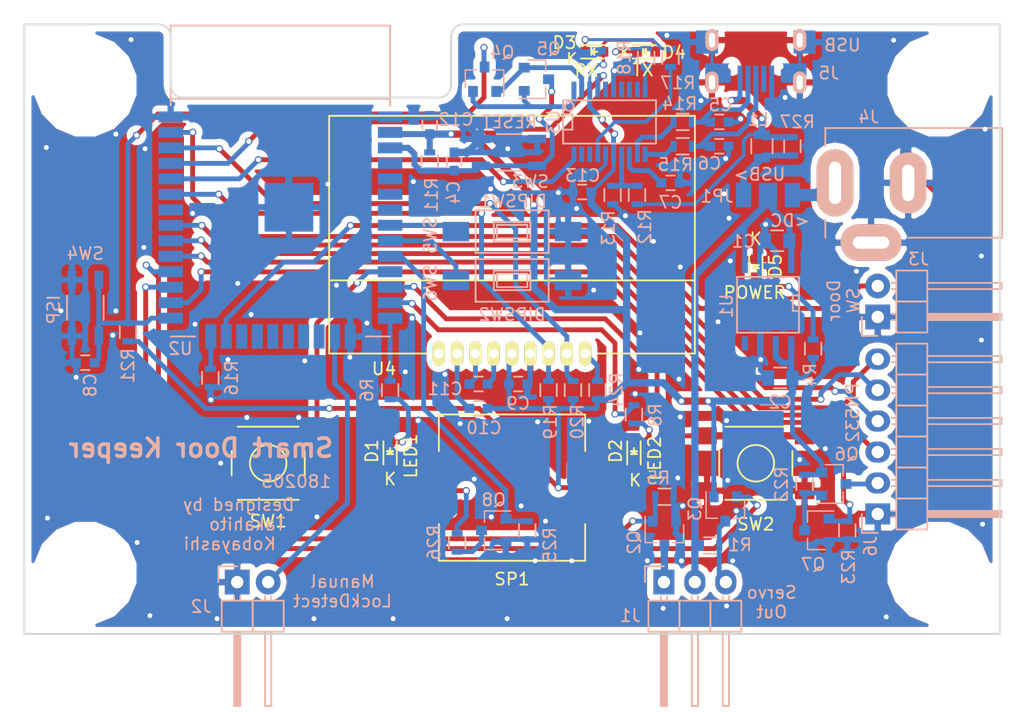
<source format=kicad_pcb>
(kicad_pcb (version 4) (host pcbnew 4.0.7)
  (layers (0 F.Cu signal hide) (31 B.Cu signal) (34 B.Paste user hide) (35 F.Paste user hide) (36 B.SilkS user) (37 F.SilkS user hide) (38 B.Mask user hide) (39 F.Mask user hide) (44 Edge.Cuts user))
  (net 0 "")
  (net 1 +5V)
  (net 2 GND)
  (net 3 +3V3)
  (net 4 EN)
  (net 5 "Net-(C5-Pad1)")
  (net 6 "Net-(C6-Pad1)")
  (net 7 "Net-(C7-Pad1)")
  (net 8 IO0)
  (net 9 "Net-(C10-Pad2)")
  (net 10 "Net-(C11-Pad1)")
  (net 11 "Net-(C11-Pad2)")
  (net 12 "Net-(JP1-Pad3)")
  (net 13 ManualLockDetect)
  (net 14 DoorSW)
  (net 15 SS)
  (net 16 MOSI)
  (net 17 MISO)
  (net 18 SCK)
  (net 19 ServoPower)
  (net 20 ServoSignal)
  (net 21 "Net-(Q4-Pad1)")
  (net 22 "Net-(Q4-Pad2)")
  (net 23 "Net-(Q6-Pad1)")
  (net 24 PN532Power)
  (net 25 Buzzer)
  (net 26 "Net-(Q8-Pad3)")
  (net 27 "Net-(D5-Pad2)")
  (net 28 LED1)
  (net 29 "Net-(D1-Pad2)")
  (net 30 LED2)
  (net 31 "Net-(D2-Pad2)")
  (net 32 "Net-(R12-Pad2)")
  (net 33 "Net-(R14-Pad1)")
  (net 34 "Net-(R15-Pad1)")
  (net 35 "Net-(R16-Pad1)")
  (net 36 "Net-(D3-Pad1)")
  (net 37 "Net-(R17-Pad2)")
  (net 38 "Net-(D4-Pad1)")
  (net 39 "Net-(R18-Pad2)")
  (net 40 SDA)
  (net 41 SCL)
  (net 42 "Net-(R24-Pad2)")
  (net 43 "Net-(R26-Pad1)")
  (net 44 SW1)
  (net 45 SW2)
  (net 46 DIPSW1)
  (net 47 DIPSW2)
  (net 48 "Net-(U1-Pad4)")
  (net 49 "Net-(U2-Pad4)")
  (net 50 "Net-(U2-Pad5)")
  (net 51 "Net-(U2-Pad6)")
  (net 52 "Net-(U2-Pad7)")
  (net 53 "Net-(U2-Pad17)")
  (net 54 "Net-(U2-Pad18)")
  (net 55 "Net-(U2-Pad19)")
  (net 56 "Net-(U2-Pad20)")
  (net 57 "Net-(U2-Pad21)")
  (net 58 "Net-(U2-Pad22)")
  (net 59 "Net-(U2-Pad32)")
  (net 60 "Net-(U2-Pad34)")
  (net 61 "Net-(U2-Pad35)")
  (net 62 "Net-(U3-Pad5)")
  (net 63 "Net-(U3-Pad7)")
  (net 64 "Net-(U3-Pad8)")
  (net 65 "Net-(U3-Pad9)")
  (net 66 "Net-(U3-Pad18)")
  (net 67 "Net-(U3-Pad19)")
  (net 68 "Net-(U4-Pad1)")
  (net 69 "Net-(J1-Pad1)")
  (net 70 "Net-(J1-Pad3)")
  (net 71 "Net-(J4-Pad1)")
  (net 72 "Net-(J5-Pad4)")
  (net 73 "Net-(J5-Pad1)")
  (net 74 "Net-(J6-Pad2)")
  (module guri-lib:0.4-0.6_via (layer F.Cu) (at 118.25 70.25)
    (fp_text reference REF** hide)
    (fp_text value 0.4-0.6_via hide)
    (pad 1 thru_hole circle (at 0 0) (size 0.6 0.6) (drill 0.4) (layers *.Cu) (net 2 GND))
  )
  (module guri-lib:0.4-0.6_via (layer F.Cu) (at 59.25 92.5)
    (fp_text reference REF** hide)
    (fp_text value 0.4-0.6_via hide)
    (pad 1 thru_hole circle (at 0 0) (size 0.6 0.6) (drill 0.4) (layers *.Cu) (net 2 GND))
  )
  (module guri-lib:0.4-0.6_via (layer F.Cu) (at 53 73.5)
    (fp_text reference REF** hide)
    (fp_text value 0.4-0.6_via hide)
    (pad 1 thru_hole circle (at 0 0) (size 0.6 0.6) (drill 0.4) (layers *.Cu) (net 2 GND))
  )
  (module guri-lib:0.4-0.6_via (layer F.Cu) (at 57.5 73.5)
    (fp_text reference REF** hide)
    (fp_text value 0.4-0.6_via hide)
    (pad 1 thru_hole circle (at 0 0) (size 0.6 0.6) (drill 0.4) (layers *.Cu) (net 2 GND))
  )
  (module guri-lib:0.4-0.6_via (layer F.Cu) (at 57.25 75.5)
    (fp_text reference REF** hide)
    (fp_text value 0.4-0.6_via hide)
    (pad 1 thru_hole circle (at 0 0) (size 0.6 0.6) (drill 0.4) (layers *.Cu) (net 2 GND))
  )
  (module guri-lib:0.4-0.6_via (layer F.Cu) (at 57.5 59)
    (fp_text reference REF** hide)
    (fp_text value 0.4-0.6_via hide)
    (pad 1 thru_hole circle (at 0 0) (size 0.6 0.6) (drill 0.4) (layers *.Cu) (net 2 GND))
  )
  (module guri-lib:0.4-0.6_via (layer F.Cu) (at 58.75 51.25)
    (fp_text reference REF** hide)
    (fp_text value 0.4-0.6_via hide)
    (pad 1 thru_hole circle (at 0 0) (size 0.6 0.6) (drill 0.4) (layers *.Cu) (net 2 GND))
  )
  (module guri-lib:0.4-0.6_via (layer F.Cu) (at 67.5 71.25)
    (fp_text reference REF** hide)
    (fp_text value 0.4-0.6_via hide)
    (pad 1 thru_hole circle (at 0 0) (size 0.6 0.6) (drill 0.4) (layers *.Cu) (net 2 GND))
  )
  (module guri-lib:0.4-0.6_via (layer F.Cu) (at 68.25 82.25)
    (fp_text reference REF** hide)
    (fp_text value 0.4-0.6_via hide)
    (pad 1 thru_hole circle (at 0 0) (size 0.6 0.6) (drill 0.4) (layers *.Cu) (net 2 GND))
  )
  (module guri-lib:0.4-0.6_via (layer F.Cu) (at 72.5 82.25)
    (fp_text reference REF** hide)
    (fp_text value 0.4-0.6_via hide)
    (pad 1 thru_hole circle (at 0 0) (size 0.6 0.6) (drill 0.4) (layers *.Cu) (net 2 GND))
  )
  (module guri-lib:0.4-0.6_via (layer F.Cu) (at 81.25 78.5)
    (fp_text reference REF** hide)
    (fp_text value 0.4-0.6_via hide)
    (pad 1 thru_hole circle (at 0 0) (size 0.6 0.6) (drill 0.4) (layers *.Cu) (net 2 GND))
  )
  (module guri-lib:0.4-0.6_via (layer F.Cu) (at 92.75 90.75)
    (fp_text reference REF** hide)
    (fp_text value 0.4-0.6_via hide)
    (pad 1 thru_hole circle (at 0 0) (size 0.6 0.6) (drill 0.4) (layers *.Cu) (net 2 GND))
  )
  (module guri-lib:0.4-0.6_via (layer F.Cu) (at 90.75 89.5)
    (fp_text reference REF** hide)
    (fp_text value 0.4-0.6_via hide)
    (pad 1 thru_hole circle (at 0 0) (size 0.6 0.6) (drill 0.4) (layers *.Cu) (net 2 GND))
  )
  (module guri-lib:0.4-0.6_via (layer F.Cu) (at 84.5 78.7)
    (fp_text reference REF** hide)
    (fp_text value 0.4-0.6_via hide)
    (pad 1 thru_hole circle (at 0 0) (size 0.6 0.6) (drill 0.4) (layers *.Cu) (net 2 GND))
  )
  (module guri-lib:0.4-0.6_via (layer F.Cu) (at 85.75 82.75)
    (fp_text reference REF** hide)
    (fp_text value 0.4-0.6_via hide)
    (pad 1 thru_hole circle (at 0 0) (size 0.6 0.6) (drill 0.4) (layers *.Cu) (net 2 GND))
  )
  (module guri-lib:0.4-0.6_via (layer F.Cu) (at 96.3 82.55)
    (fp_text reference REF** hide)
    (fp_text value 0.4-0.6_via hide)
    (pad 1 thru_hole circle (at 0 0) (size 0.6 0.6) (drill 0.4) (layers *.Cu) (net 2 GND))
  )
  (module guri-lib:0.4-0.6_via (layer F.Cu) (at 92.1 82.6)
    (fp_text reference REF** hide)
    (fp_text value 0.4-0.6_via hide)
    (pad 1 thru_hole circle (at 0 0) (size 0.6 0.6) (drill 0.4) (layers *.Cu) (net 2 GND))
  )
  (module guri-lib:0.4-0.6_via (layer F.Cu) (at 128.5 75.9)
    (fp_text reference REF** hide)
    (fp_text value 0.4-0.6_via hide)
    (pad 1 thru_hole circle (at 0 0) (size 0.6 0.6) (drill 0.4) (layers *.Cu) (net 2 GND))
  )
  (module guri-lib:0.4-0.6_via (layer F.Cu) (at 128.5 69)
    (fp_text reference REF** hide)
    (fp_text value 0.4-0.6_via hide)
    (pad 1 thru_hole circle (at 0 0) (size 0.6 0.6) (drill 0.4) (layers *.Cu) (net 2 GND))
  )
  (module guri-lib:0.4-0.6_via (layer F.Cu) (at 107.9 69.4)
    (fp_text reference REF** hide)
    (fp_text value 0.4-0.6_via hide)
    (pad 1 thru_hole circle (at 0 0) (size 0.6 0.6) (drill 0.4) (layers *.Cu) (net 2 GND))
  )
  (module guri-lib:0.4-0.6_via (layer F.Cu) (at 115.7 84.8)
    (fp_text reference REF** hide)
    (fp_text value 0.4-0.6_via hide)
    (pad 1 thru_hole circle (at 0 0) (size 0.6 0.6) (drill 0.4) (layers *.Cu) (net 2 GND))
  )
  (module guri-lib:0.4-0.6_via (layer F.Cu) (at 95.3 65.1)
    (fp_text reference REF** hide)
    (fp_text value 0.4-0.6_via hide)
    (pad 1 thru_hole circle (at 0 0) (size 0.6 0.6) (drill 0.4) (layers *.Cu) (net 2 GND))
  )
  (module guri-lib:0.4-0.6_via (layer F.Cu) (at 105.5 56.25)
    (fp_text reference REF** hide)
    (fp_text value 0.4-0.6_via hide)
    (pad 1 thru_hole circle (at 0 0) (size 0.6 0.6) (drill 0.4) (layers *.Cu) (net 2 GND))
  )
  (module guri-lib:0.4-0.6_via (layer F.Cu) (at 102.7 50.9)
    (fp_text reference REF** hide)
    (fp_text value 0.4-0.6_via hide)
    (pad 1 thru_hole circle (at 0 0) (size 0.6 0.6) (drill 0.4) (layers *.Cu) (net 2 GND))
  )
  (module guri-lib:0.4-0.6_via (layer F.Cu) (at 112.4 56)
    (fp_text reference REF** hide)
    (fp_text value 0.4-0.6_via hide)
    (pad 1 thru_hole circle (at 0 0) (size 0.6 0.6) (drill 0.4) (layers *.Cu) (net 2 GND))
  )
  (module guri-lib:0.4-0.6_via (layer F.Cu) (at 121.3 51.3)
    (fp_text reference REF** hide)
    (fp_text value 0.4-0.6_via hide)
    (pad 1 thru_hole circle (at 0 0) (size 0.6 0.6) (drill 0.4) (layers *.Cu) (net 2 GND))
  )
  (module guri-lib:0.4-0.6_via (layer F.Cu) (at 128.8 58.6)
    (fp_text reference REF** hide)
    (fp_text value 0.4-0.6_via hide)
    (pad 1 thru_hole circle (at 0 0) (size 0.6 0.6) (drill 0.4) (layers *.Cu) (net 2 GND))
  )
  (module guri-lib:0.4-0.6_via (layer F.Cu) (at 120.7 98.6)
    (fp_text reference REF** hide)
    (fp_text value 0.4-0.6_via hide)
    (pad 1 thru_hole circle (at 0 0) (size 0.6 0.6) (drill 0.4) (layers *.Cu) (net 2 GND))
  )
  (module guri-lib:0.4-0.6_via (layer F.Cu) (at 128.6 91)
    (fp_text reference REF** hide)
    (fp_text value 0.4-0.6_via hide)
    (pad 1 thru_hole circle (at 0 0) (size 0.6 0.6) (drill 0.4) (layers *.Cu) (net 2 GND))
  )
  (module guri-lib:0.4-0.6_via (layer F.Cu) (at 113.6 85.7)
    (fp_text reference REF** hide)
    (fp_text value 0.4-0.6_via hide)
    (pad 1 thru_hole circle (at 0 0) (size 0.6 0.6) (drill 0.4) (layers *.Cu) (net 2 GND))
  )
  (module guri-lib:0.4-0.6_via (layer F.Cu) (at 103.6 87.2)
    (fp_text reference REF** hide)
    (fp_text value 0.4-0.6_via hide)
    (pad 1 thru_hole circle (at 0 0) (size 0.6 0.6) (drill 0.4) (layers *.Cu) (net 2 GND))
  )
  (module guri-lib:0.4-0.6_via (layer F.Cu) (at 107.7 87.4)
    (fp_text reference REF** hide)
    (fp_text value 0.4-0.6_via hide)
    (pad 1 thru_hole circle (at 0 0) (size 0.6 0.6) (drill 0.4) (layers *.Cu) (net 2 GND))
  )
  (module guri-lib:0.4-0.6_via (layer F.Cu) (at 108.4 89.9)
    (fp_text reference REF** hide)
    (fp_text value 0.4-0.6_via hide)
    (pad 1 thru_hole circle (at 0 0) (size 0.6 0.6) (drill 0.4) (layers *.Cu) (net 2 GND))
  )
  (module guri-lib:0.4-0.6_via (layer F.Cu) (at 107.6 97.7)
    (fp_text reference REF** hide)
    (fp_text value 0.4-0.6_via hide)
    (pad 1 thru_hole circle (at 0 0) (size 0.6 0.6) (drill 0.4) (layers *.Cu) (net 2 GND))
  )
  (module guri-lib:0.4-0.6_via (layer F.Cu) (at 108.1 94)
    (fp_text reference REF** hide)
    (fp_text value 0.4-0.6_via hide)
    (pad 1 thru_hole circle (at 0 0) (size 0.6 0.6) (drill 0.4) (layers *.Cu) (net 2 GND))
  )
  (module guri-lib:0.4-0.6_via (layer F.Cu) (at 103.9 94)
    (fp_text reference REF** hide)
    (fp_text value 0.4-0.6_via hide)
    (pad 1 thru_hole circle (at 0 0) (size 0.6 0.6) (drill 0.4) (layers *.Cu) (net 2 GND))
  )
  (module guri-lib:0.4-0.6_via (layer F.Cu) (at 101.1 94)
    (fp_text reference REF** hide)
    (fp_text value 0.4-0.6_via hide)
    (pad 1 thru_hole circle (at 0 0) (size 0.6 0.6) (drill 0.4) (layers *.Cu) (net 2 GND))
  )
  (module guri-lib:0.4-0.6_via (layer F.Cu) (at 102.4 97.9)
    (fp_text reference REF** hide)
    (fp_text value 0.4-0.6_via hide)
    (pad 1 thru_hole circle (at 0 0) (size 0.6 0.6) (drill 0.4) (layers *.Cu) (net 2 GND))
  )
  (module guri-lib:0.4-0.6_via (layer F.Cu) (at 94.9 94)
    (fp_text reference REF** hide)
    (fp_text value 0.4-0.6_via hide)
    (pad 1 thru_hole circle (at 0 0) (size 0.6 0.6) (drill 0.4) (layers *.Cu) (net 2 GND))
  )
  (module guri-lib:0.4-0.6_via (layer F.Cu) (at 89.6 98.75)
    (fp_text reference REF** hide)
    (fp_text value 0.4-0.6_via hide)
    (pad 1 thru_hole circle (at 0 0) (size 0.6 0.6) (drill 0.4) (layers *.Cu) (net 2 GND))
  )
  (module guri-lib:0.4-0.6_via (layer F.Cu) (at 65.8 98.75)
    (fp_text reference REF** hide)
    (fp_text value 0.4-0.6_via hide)
    (pad 1 thru_hole circle (at 0 0) (size 0.6 0.6) (drill 0.4) (layers *.Cu) (net 2 GND))
  )
  (module guri-lib:0.4-0.6_via (layer F.Cu) (at 80.25 98.75)
    (fp_text reference REF** hide)
    (fp_text value 0.4-0.6_via hide)
    (pad 1 thru_hole circle (at 0 0) (size 0.6 0.6) (drill 0.4) (layers *.Cu) (net 2 GND))
  )
  (module guri-lib:0.4-0.6_via (layer F.Cu) (at 91.9 94)
    (fp_text reference REF** hide)
    (fp_text value 0.4-0.6_via hide)
    (pad 1 thru_hole circle (at 0 0) (size 0.6 0.6) (drill 0.4) (layers *.Cu) (net 2 GND))
  )
  (module guri-lib:0.4-0.6_via (layer F.Cu) (at 88.3 90.4)
    (fp_text reference REF** hide)
    (fp_text value 0.4-0.6_via hide)
    (pad 1 thru_hole circle (at 0 0) (size 0.6 0.6) (drill 0.4) (layers *.Cu) (net 2 GND))
  )
  (module guri-lib:0.4-0.6_via (layer F.Cu) (at 86.9 87.3)
    (fp_text reference REF** hide)
    (fp_text value 0.4-0.6_via hide)
    (pad 1 thru_hole circle (at 0 0) (size 0.6 0.6) (drill 0.4) (layers *.Cu) (net 2 GND))
  )
  (module guri-lib:0.4-0.6_via (layer F.Cu) (at 82.3 82.5)
    (fp_text reference REF** hide)
    (fp_text value 0.4-0.6_via hide)
    (pad 1 thru_hole circle (at 0 0) (size 0.6 0.6) (drill 0.4) (layers *.Cu) (net 2 GND))
  )
  (module guri-lib:0.4-0.6_via (layer F.Cu) (at 81.8 74.1)
    (fp_text reference REF** hide)
    (fp_text value 0.4-0.6_via hide)
    (pad 1 thru_hole circle (at 0 0) (size 0.6 0.6) (drill 0.4) (layers *.Cu) (net 2 GND))
  )
  (module guri-lib:0.4-0.6_via (layer F.Cu) (at 75.6 71.4)
    (fp_text reference REF** hide)
    (fp_text value 0.4-0.6_via hide)
    (pad 1 thru_hole circle (at 0 0) (size 0.6 0.6) (drill 0.4) (layers *.Cu) (net 2 GND))
  )
  (module guri-lib:0.4-0.6_via (layer F.Cu) (at 78.1 74.5)
    (fp_text reference REF** hide)
    (fp_text value 0.4-0.6_via hide)
    (pad 1 thru_hole circle (at 0 0) (size 0.6 0.6) (drill 0.4) (layers *.Cu) (net 2 GND))
  )
  (module guri-lib:0.4-0.6_via (layer F.Cu) (at 68.6 73.8)
    (fp_text reference REF** hide)
    (fp_text value 0.4-0.6_via hide)
    (pad 1 thru_hole circle (at 0 0) (size 0.6 0.6) (drill 0.4) (layers *.Cu) (net 2 GND))
  )
  (module guri-lib:0.4-0.6_via (layer F.Cu) (at 63.8 65.5)
    (fp_text reference REF** hide)
    (fp_text value 0.4-0.6_via hide)
    (pad 1 thru_hole circle (at 0 0) (size 0.6 0.6) (drill 0.4) (layers *.Cu) (net 2 GND))
  )
  (module guri-lib:0.4-0.6_via (layer F.Cu) (at 64 74.6)
    (fp_text reference REF** hide)
    (fp_text value 0.4-0.6_via hide)
    (pad 1 thru_hole circle (at 0 0) (size 0.6 0.6) (drill 0.4) (layers *.Cu) (net 2 GND))
  )
  (module guri-lib:0.4-0.6_via (layer F.Cu) (at 66.7 77.5)
    (fp_text reference REF** hide)
    (fp_text value 0.4-0.6_via hide)
    (pad 1 thru_hole circle (at 0 0) (size 0.6 0.6) (drill 0.4) (layers *.Cu) (net 2 GND))
  )
  (module guri-lib:0.4-0.6_via (layer F.Cu) (at 73 77.6)
    (fp_text reference REF** hide)
    (fp_text value 0.4-0.6_via hide)
    (pad 1 thru_hole circle (at 0 0) (size 0.6 0.6) (drill 0.4) (layers *.Cu) (net 2 GND))
  )
  (module guri-lib:0.4-0.6_via (layer F.Cu) (at 66.1 86)
    (fp_text reference REF** hide)
    (fp_text value 0.4-0.6_via hide)
    (pad 1 thru_hole circle (at 0 0) (size 0.6 0.6) (drill 0.4) (layers *.Cu) (net 2 GND))
  )
  (module guri-lib:0.4-0.6_via (layer F.Cu) (at 74 90.4)
    (fp_text reference REF** hide)
    (fp_text value 0.4-0.6_via hide)
    (pad 1 thru_hole circle (at 0 0) (size 0.6 0.6) (drill 0.4) (layers *.Cu) (net 2 GND))
  )
  (module guri-lib:0.4-0.6_via (layer F.Cu) (at 73.75 98.75)
    (fp_text reference REF** hide)
    (fp_text value 0.4-0.6_via hide)
    (pad 1 thru_hole circle (at 0 0) (size 0.6 0.6) (drill 0.4) (layers *.Cu) (net 2 GND))
  )
  (module guri-lib:0.4-0.6_via (layer F.Cu) (at 60.3 98.5)
    (fp_text reference REF** hide)
    (fp_text value 0.4-0.6_via hide)
    (pad 1 thru_hole circle (at 0 0) (size 0.6 0.6) (drill 0.4) (layers *.Cu) (net 2 GND))
  )
  (module guri-lib:0.4-0.6_via (layer F.Cu) (at 51.9 90.5)
    (fp_text reference REF** hide)
    (fp_text value 0.4-0.6_via hide)
    (pad 1 thru_hole circle (at 0 0) (size 0.6 0.6) (drill 0.4) (layers *.Cu) (net 2 GND))
  )
  (module guri-lib:0.4-0.6_via (layer F.Cu) (at 51.8 60.1)
    (fp_text reference REF** hide)
    (fp_text value 0.4-0.6_via hide)
    (pad 1 thru_hole circle (at 0 0) (size 0.6 0.6) (drill 0.4) (layers *.Cu) (net 2 GND))
  )
  (module guri-lib:0.4-0.6_via (layer F.Cu) (at 59.8 68.3)
    (fp_text reference REF** hide)
    (fp_text value 0.4-0.6_via hide)
    (pad 1 thru_hole circle (at 0 0) (size 0.6 0.6) (drill 0.4) (layers *.Cu) (net 2 GND))
  )
  (module guri-lib:0.4-0.6_via (layer F.Cu) (at 59.9 60.2)
    (fp_text reference REF** hide)
    (fp_text value 0.4-0.6_via hide)
    (pad 1 thru_hole circle (at 0 0) (size 0.6 0.6) (drill 0.4) (layers *.Cu) (net 2 GND))
  )
  (module guri-lib:0.4-0.6_via (layer F.Cu) (at 74.9 63.1)
    (fp_text reference REF** hide)
    (fp_text value 0.4-0.6_via hide)
    (pad 1 thru_hole circle (at 0 0) (size 0.6 0.6) (drill 0.4) (layers *.Cu) (net 2 GND))
  )
  (module guri-lib:0.4-0.6_via (layer F.Cu) (at 81.9 62.9)
    (fp_text reference REF** hide)
    (fp_text value 0.4-0.6_via hide)
    (pad 1 thru_hole circle (at 0 0) (size 0.6 0.6) (drill 0.4) (layers *.Cu) (net 2 GND))
  )
  (module guri-lib:0.4-0.6_via (layer F.Cu) (at 88.25 63.5)
    (fp_text reference REF** hide)
    (fp_text value 0.4-0.6_via hide)
    (pad 1 thru_hole circle (at 0 0) (size 0.6 0.6) (drill 0.4) (layers *.Cu) (net 2 GND))
  )
  (module guri-lib:0.4-0.6_via (layer F.Cu) (at 96.7 71.8)
    (fp_text reference REF** hide)
    (fp_text value 0.4-0.6_via hide)
    (pad 1 thru_hole circle (at 0 0) (size 0.6 0.6) (drill 0.4) (layers *.Cu) (net 2 GND))
  )
  (module guri-lib:0.4-0.6_via (layer F.Cu) (at 100.4 78.3)
    (fp_text reference REF** hide)
    (fp_text value 0.4-0.6_via hide)
    (pad 1 thru_hole circle (at 0 0) (size 0.6 0.6) (drill 0.4) (layers *.Cu) (net 2 GND))
  )
  (module guri-lib:0.4-0.6_via (layer F.Cu) (at 100.1 80.3)
    (fp_text reference REF** hide)
    (fp_text value 0.4-0.6_via hide)
    (pad 1 thru_hole circle (at 0 0) (size 0.6 0.6) (drill 0.4) (layers *.Cu) (net 2 GND))
  )
  (module guri-lib:0.4-0.6_via (layer F.Cu) (at 103.8 82.2)
    (fp_text reference REF** hide)
    (fp_text value 0.4-0.6_via hide)
    (pad 1 thru_hole circle (at 0 0) (size 0.6 0.6) (drill 0.4) (layers *.Cu) (net 2 GND))
  )
  (module guri-lib:0.4-0.6_via (layer F.Cu) (at 107.6 82.5)
    (fp_text reference REF** hide)
    (fp_text value 0.4-0.6_via hide)
    (pad 1 thru_hole circle (at 0 0) (size 0.6 0.6) (drill 0.4) (layers *.Cu) (net 2 GND))
  )
  (module guri-lib:0.4-0.6_via (layer F.Cu) (at 110.4 77.5)
    (fp_text reference REF** hide)
    (fp_text value 0.4-0.6_via hide)
    (pad 1 thru_hole circle (at 0 0) (size 0.6 0.6) (drill 0.4) (layers *.Cu) (net 2 GND))
  )
  (module guri-lib:0.4-0.6_via (layer F.Cu) (at 106.9 74.4)
    (fp_text reference REF** hide)
    (fp_text value 0.4-0.6_via hide)
    (pad 1 thru_hole circle (at 0 0) (size 0.6 0.6) (drill 0.4) (layers *.Cu) (net 2 GND))
  )
  (module guri-lib:0.4-0.6_via (layer F.Cu) (at 100.5 75.3)
    (fp_text reference REF** hide)
    (fp_text value 0.4-0.6_via hide)
    (pad 1 thru_hole circle (at 0 0) (size 0.6 0.6) (drill 0.4) (layers *.Cu) (net 2 GND))
  )
  (module guri-lib:0.4-0.6_via (layer F.Cu) (at 103.7 79.1)
    (fp_text reference REF** hide)
    (fp_text value 0.4-0.6_via hide)
    (pad 1 thru_hole circle (at 0 0) (size 0.6 0.6) (drill 0.4) (layers *.Cu) (net 2 GND))
  )
  (module guri-lib:0.4-0.6_via (layer F.Cu) (at 101.6 67.8)
    (fp_text reference REF** hide)
    (fp_text value 0.4-0.6_via hide)
    (pad 1 thru_hole circle (at 0 0) (size 0.6 0.6) (drill 0.4) (layers *.Cu) (net 2 GND))
  )
  (module guri-lib:0.4-0.6_via (layer F.Cu) (at 103.8 69.9)
    (fp_text reference REF** hide)
    (fp_text value 0.4-0.6_via hide)
    (pad 1 thru_hole circle (at 0 0) (size 0.6 0.6) (drill 0.4) (layers *.Cu) (net 2 GND))
  )
  (module guri-lib:0.4-0.6_via (layer F.Cu) (at 107.8 65.9)
    (fp_text reference REF** hide)
    (fp_text value 0.4-0.6_via hide)
    (pad 1 thru_hole circle (at 0 0) (size 0.6 0.6) (drill 0.4) (layers *.Cu) (net 2 GND))
  )
  (module Pin_Headers:Pin_Header_Angled_1x06 (layer B.Cu) (at 120 90.16)
    (fp_text reference J6 (at -0.6 2.64 90) (layer B.SilkS) (effects (justify mirror)))
    (fp_text value PN532_SPI)
    (pad 1 thru_hole rect (at 0 0) (size 2.032 1.7272) (drill 1.016) (layers *.Cu *.Mask) (net 2 GND))
    (pad 2 thru_hole oval (at 0 -2.54) (size 2.032 1.7272) (drill 1.016) (layers *.Cu *.Mask) (net 74 "Net-(J6-Pad2)"))
    (pad 3 thru_hole oval (at 0 -5.08) (size 2.032 1.7272) (drill 1.016) (layers *.Cu *.Mask) (net 15 SS))
    (pad 4 thru_hole oval (at 0 -7.62) (size 2.032 1.7272) (drill 1.016) (layers *.Cu *.Mask) (net 16 MOSI))
    (pad 5 thru_hole oval (at 0 -10.16) (size 2.032 1.7272) (drill 1.016) (layers *.Cu *.Mask) (net 17 MISO))
    (pad 6 thru_hole oval (at 0 -12.7) (size 2.032 1.7272) (drill 1.016) (layers *.Cu *.Mask) (net 18 SCK))
  )
  (module Capacitors_SMD:C_0805 (layer B.Cu) (at 111.75 67.75 180)
    (fp_text reference C1 (at 2.75 -0.05 180) (layer B.SilkS) (effects (justify mirror)))
    (fp_text value 10u)
    (pad 1 smd rect (at -1 0 180) (size 1 1.25) (layers B.Cu B.Paste B.Mask) (net 1 +5V))
    (pad 2 smd rect (at 1 0 180) (size 1 1.25) (layers B.Cu B.Paste B.Mask) (net 2 GND))
  )
  (module Capacitors_SMD:C_0805 (layer B.Cu) (at 112 79 180)
    (fp_text reference C2 (at 0 -2 180) (layer B.SilkS) (effects (justify mirror)))
    (fp_text value 10u)
    (pad 1 smd rect (at -1 0 180) (size 1 1.25) (layers B.Cu B.Paste B.Mask) (net 3 +3V3))
    (pad 2 smd rect (at 1 0 180) (size 1 1.25) (layers B.Cu B.Paste B.Mask) (net 2 GND))
  )
  (module Capacitors_SMD:C_0603 (layer B.Cu) (at 85.25 61.25 90)
    (fp_text reference C4 (at -2.55 -0.05 90) (layer B.SilkS) (effects (justify mirror)))
    (fp_text value 1000p)
    (pad 1 smd rect (at -0.75 0 90) (size 0.8 0.75) (layers B.Cu B.Paste B.Mask) (net 4 EN))
    (pad 2 smd rect (at 0.75 0 90) (size 0.8 0.75) (layers B.Cu B.Paste B.Mask) (net 2 GND))
  )
  (module Capacitors_SMD:C_0603 (layer B.Cu) (at 107 58)
    (fp_text reference C5 (at 0.1 -1.4) (layer B.SilkS) (effects (justify mirror)))
    (fp_text value 47p)
    (pad 1 smd rect (at -0.75 0) (size 0.8 0.75) (layers B.Cu B.Paste B.Mask) (net 5 "Net-(C5-Pad1)"))
    (pad 2 smd rect (at 0.75 0) (size 0.8 0.75) (layers B.Cu B.Paste B.Mask) (net 2 GND))
  )
  (module Capacitors_SMD:C_0603 (layer B.Cu) (at 107 60)
    (fp_text reference C6 (at -0.8 1.4) (layer B.SilkS) (effects (justify mirror)))
    (fp_text value 47p)
    (pad 1 smd rect (at -0.75 0) (size 0.8 0.75) (layers B.Cu B.Paste B.Mask) (net 6 "Net-(C6-Pad1)"))
    (pad 2 smd rect (at 0.75 0) (size 0.8 0.75) (layers B.Cu B.Paste B.Mask) (net 2 GND))
  )
  (module Capacitors_SMD:C_0603 (layer B.Cu) (at 103 63)
    (fp_text reference C7 (at 0 1.6) (layer B.SilkS) (effects (justify mirror)))
    (fp_text value 0.1u)
    (pad 1 smd rect (at -0.75 0) (size 0.8 0.75) (layers B.Cu B.Paste B.Mask) (net 7 "Net-(C7-Pad1)"))
    (pad 2 smd rect (at 0.75 0) (size 0.8 0.75) (layers B.Cu B.Paste B.Mask) (net 2 GND))
  )
  (module Capacitors_SMD:C_0603 (layer B.Cu) (at 55 77.75 180)
    (fp_text reference C8 (at -0.4 -1.85 450) (layer B.SilkS) (effects (justify mirror)))
    (fp_text value 1000p)
    (pad 1 smd rect (at -0.75 0 180) (size 0.8 0.75) (layers B.Cu B.Paste B.Mask) (net 8 IO0))
    (pad 2 smd rect (at 0.75 0 180) (size 0.8 0.75) (layers B.Cu B.Paste B.Mask) (net 2 GND))
  )
  (module Capacitors_SMD:C_0603 (layer B.Cu) (at 90.5 79.5)
    (fp_text reference C9 (at 0 1.6) (layer B.SilkS) (effects (justify mirror)))
    (fp_text value 0.1u)
    (pad 1 smd rect (at -0.75 0) (size 0.8 0.75) (layers B.Cu B.Paste B.Mask) (net 3 +3V3))
    (pad 2 smd rect (at 0.75 0) (size 0.8 0.75) (layers B.Cu B.Paste B.Mask) (net 2 GND))
  )
  (module Capacitors_SMD:C_0603 (layer B.Cu) (at 87.25 81.5 180)
    (fp_text reference C10 (at -0.45 -1.6 180) (layer B.SilkS) (effects (justify mirror)))
    (fp_text value 1u)
    (pad 1 smd rect (at -0.75 0 180) (size 0.8 0.75) (layers B.Cu B.Paste B.Mask) (net 3 +3V3))
    (pad 2 smd rect (at 0.75 0 180) (size 0.8 0.75) (layers B.Cu B.Paste B.Mask) (net 9 "Net-(C10-Pad2)"))
  )
  (module Capacitors_SMD:C_0603 (layer B.Cu) (at 87.25 79.5)
    (fp_text reference C11 (at -2.75 0.4) (layer B.SilkS) (effects (justify mirror)))
    (fp_text value 1u)
    (pad 1 smd rect (at -0.75 0) (size 0.8 0.75) (layers B.Cu B.Paste B.Mask) (net 10 "Net-(C11-Pad1)"))
    (pad 2 smd rect (at 0.75 0) (size 0.8 0.75) (layers B.Cu B.Paste B.Mask) (net 11 "Net-(C11-Pad2)"))
  )
  (module Capacitors_SMD:C_0603 (layer B.Cu) (at 83.25 58.25 90)
    (fp_text reference C12 (at 0.45 2.15 180) (layer B.SilkS) (effects (justify mirror)))
    (fp_text value 0.1u)
    (pad 1 smd rect (at -0.75 0 90) (size 0.8 0.75) (layers B.Cu B.Paste B.Mask) (net 3 +3V3))
    (pad 2 smd rect (at 0.75 0 90) (size 0.8 0.75) (layers B.Cu B.Paste B.Mask) (net 2 GND))
  )
  (module guri-lib:MJ-179PH (layer B.Cu) (at 122.5 63 180)
    (fp_text reference J4 (at 3.25 5.4 180) (layer B.SilkS) (effects (justify mirror)))
    (fp_text value "+5V DC Input")
    (pad 2 thru_hole oval (at 0 0 180) (size 3 5) (drill oval 1 3) (layers *.Cu *.Mask B.SilkS) (net 2 GND))
    (pad 1 thru_hole oval (at 6 0 180) (size 3 5.5) (drill oval 1 3.5) (layers *.Cu *.Mask B.SilkS) (net 71 "Net-(J4-Pad1)"))
    (pad 3 thru_hole oval (at 3.05 -4.9 90) (size 3 5) (drill oval 1 3) (layers *.Cu *.Mask B.SilkS) (net 2 GND))
  )
  (module guri-lib:SMD-Jumper-3 (layer B.Cu) (at 111 64 180)
    (fp_text reference JP1 (at 4.2 -0.1 180) (layer B.SilkS) (effects (justify mirror)))
    (fp_text value "Power Source Select")
    (pad 1 smd rect (at -2 0 180) (size 1.25 2) (layers B.Cu B.Paste B.Mask) (net 71 "Net-(J4-Pad1)"))
    (pad 2 smd rect (at 0 0 180) (size 1.5 2) (layers B.Cu B.Paste B.Mask) (net 1 +5V))
    (pad 3 smd rect (at 2 0 180) (size 1.25 2) (layers B.Cu B.Paste B.Mask) (net 12 "Net-(JP1-Pad3)"))
  )
  (module Resistors_SMD:R_0805 (layer B.Cu) (at 110.5 60 90)
    (fp_text reference L1 (at 2.2 -0.3 360) (layer B.SilkS) (effects (justify mirror)))
    (fp_text value MI0805K400R-10)
    (pad 1 smd rect (at -0.95 0 90) (size 0.7 1.3) (layers B.Cu B.Paste B.Mask) (net 12 "Net-(JP1-Pad3)"))
    (pad 2 smd rect (at 0.95 0 90) (size 0.7 1.3) (layers B.Cu B.Paste B.Mask) (net 73 "Net-(J5-Pad1)"))
  )
  (module Pin_Headers:Pin_Header_Angled_1x03 (layer B.Cu) (at 102.46 95.75 270)
    (fp_text reference J1 (at 2.75 2.76 360) (layer B.SilkS) (effects (justify mirror)))
    (fp_text value ServoOut)
    (pad 1 thru_hole rect (at 0 0 270) (size 2.032 1.7272) (drill 1.016) (layers *.Cu *.Mask) (net 69 "Net-(J1-Pad1)"))
    (pad 2 thru_hole oval (at 0 -2.54 270) (size 2.032 1.7272) (drill 1.016) (layers *.Cu *.Mask) (net 1 +5V))
    (pad 3 thru_hole oval (at 0 -5.08 270) (size 2.032 1.7272) (drill 1.016) (layers *.Cu *.Mask) (net 70 "Net-(J1-Pad3)"))
  )
  (module Pin_Headers:Pin_Header_Angled_1x02 (layer B.Cu) (at 67.46 95.75 270)
    (fp_text reference J2 (at 2 2.96 360) (layer B.SilkS) (effects (justify mirror)))
    (fp_text value LockDetect)
    (pad 1 thru_hole rect (at 0 0 270) (size 2.032 2.032) (drill 1.016) (layers *.Cu *.Mask) (net 2 GND))
    (pad 2 thru_hole oval (at 0 -2.54 270) (size 2.032 2.032) (drill 1.016) (layers *.Cu *.Mask) (net 13 ManualLockDetect))
  )
  (module Pin_Headers:Pin_Header_Angled_1x02 (layer B.Cu) (at 120 74)
    (fp_text reference J3 (at 3.35 -4.75 180) (layer B.SilkS) (effects (justify mirror)))
    (fp_text value DoorSwitch)
    (pad 1 thru_hole rect (at 0 0) (size 2.032 2.032) (drill 1.016) (layers *.Cu *.Mask) (net 2 GND))
    (pad 2 thru_hole oval (at 0 -2.54) (size 2.032 2.032) (drill 1.016) (layers *.Cu *.Mask) (net 14 DoorSW))
  )
  (module guri-lib:MicroUSB_YANXINLIANG_and_ZX62-B-5PA (layer B.Cu) (at 110 50)
    (fp_text reference J5 (at 6 4) (layer B.SilkS) (effects (justify mirror)))
    (fp_text value USB_OTG)
    (pad 5 smd rect (at 1.3 4.45) (size 0.4 2.15) (layers B.Cu B.Paste B.Mask) (net 2 GND))
    (pad 4 smd rect (at 0.65 4.45) (size 0.4 2.15) (layers B.Cu B.Paste B.Mask) (net 72 "Net-(J5-Pad4)"))
    (pad 3 smd rect (at 0 4.45) (size 0.4 2.15) (layers B.Cu B.Paste B.Mask) (net 6 "Net-(C6-Pad1)"))
    (pad 2 smd rect (at -0.65 4.45) (size 0.4 2.15) (layers B.Cu B.Paste B.Mask) (net 5 "Net-(C5-Pad1)"))
    (pad 1 smd rect (at -1.3 4.45) (size 0.4 2.15) (layers B.Cu B.Paste B.Mask) (net 73 "Net-(J5-Pad1)"))
    (pad 6 thru_hole oval (at 3.6 4.76) (size 1.1 1.8) (drill oval 0.5 1.2) (layers *.Cu *.Mask B.SilkS) (net 2 GND))
    (pad 6 thru_hole oval (at -3.6 4.76) (size 1.1 1.8) (drill oval 0.5 1.2) (layers *.Cu *.Mask B.SilkS) (net 2 GND))
    (pad 6 thru_hole oval (at 3.6 1.29) (size 1.1 1.8) (drill oval 0.5 1.2) (layers *.Cu *.Mask B.SilkS) (net 2 GND))
    (pad 6 thru_hole oval (at -3.6 1.29) (size 1.1 1.8) (drill oval 0.5 1.2) (layers *.Cu *.Mask B.SilkS) (net 2 GND))
    (pad "" np_thru_hole circle (at 2 3.44) (size 0.55 0.55) (drill 0.55) (layers *.Cu *.Mask B.SilkS))
    (pad "" np_thru_hole circle (at -2 3.44) (size 0.55 0.55) (drill 0.55) (layers *.Cu *.Mask B.SilkS))
    (pad 6 smd rect (at 3.1 4) (size 2.1 1.6) (layers B.Cu B.Paste B.Mask) (net 2 GND))
    (pad 6 smd rect (at -3.1 4) (size 2.1 1.6) (layers B.Cu B.Paste B.Mask) (net 2 GND))
    (pad 6 smd rect (at 4 1.45) (size 1.8 1.9) (layers B.Cu B.Paste B.Mask) (net 2 GND))
    (pad 6 smd rect (at -4 1.45) (size 1.8 1.9) (layers B.Cu B.Paste B.Mask) (net 2 GND))
  )
  (module TO_SOT_Packages_SMD:SOT-23 (layer B.Cu) (at 102.5 91.75 270)
    (fp_text reference Q2 (at 0.75 2.5 270) (layer B.SilkS) (effects (justify mirror)))
    (fp_text value IRLML6344TRPbF)
    (pad 1 smd rect (at -1 0.95 270) (size 0.9 0.8) (layers B.Cu B.Paste B.Mask) (net 19 ServoPower))
    (pad 2 smd rect (at -1 -0.95 270) (size 0.9 0.8) (layers B.Cu B.Paste B.Mask) (net 2 GND))
    (pad 3 smd rect (at 1 0 270) (size 0.9 0.8) (layers B.Cu B.Paste B.Mask) (net 69 "Net-(J1-Pad1)"))
  )
  (module TO_SOT_Packages_SMD:SOT-23 (layer B.Cu) (at 107.5 89.75 270)
    (fp_text reference Q3 (at 0 2.5 270) (layer B.SilkS) (effects (justify mirror)))
    (fp_text value IRLML6344TRPbF)
    (pad 1 smd rect (at -1 0.95 270) (size 0.9 0.8) (layers B.Cu B.Paste B.Mask) (net 3 +3V3))
    (pad 2 smd rect (at -1 -0.95 270) (size 0.9 0.8) (layers B.Cu B.Paste B.Mask) (net 20 ServoSignal))
    (pad 3 smd rect (at 1 0 270) (size 0.9 0.8) (layers B.Cu B.Paste B.Mask) (net 70 "Net-(J1-Pad3)"))
  )
  (module TO_SOT_Packages_SMD:SOT-23 (layer B.Cu) (at 87.75 54.5 90)
    (fp_text reference Q4 (at 2.2 1.45 180) (layer B.SilkS) (effects (justify mirror)))
    (fp_text value IRLML6344TRPbF)
    (pad 1 smd rect (at -1 0.95 90) (size 0.9 0.8) (layers B.Cu B.Paste B.Mask) (net 21 "Net-(Q4-Pad1)"))
    (pad 2 smd rect (at -1 -0.95 90) (size 0.9 0.8) (layers B.Cu B.Paste B.Mask) (net 22 "Net-(Q4-Pad2)"))
    (pad 3 smd rect (at 1 0 90) (size 0.9 0.8) (layers B.Cu B.Paste B.Mask) (net 8 IO0))
  )
  (module TO_SOT_Packages_SMD:SOT-23 (layer B.Cu) (at 92 54.5)
    (fp_text reference Q5 (at 1 -2.5) (layer B.SilkS) (effects (justify mirror)))
    (fp_text value IRLML6344TRPbF)
    (pad 1 smd rect (at -1 0.95) (size 0.9 0.8) (layers B.Cu B.Paste B.Mask) (net 22 "Net-(Q4-Pad2)"))
    (pad 2 smd rect (at -1 -0.95) (size 0.9 0.8) (layers B.Cu B.Paste B.Mask) (net 21 "Net-(Q4-Pad1)"))
    (pad 3 smd rect (at 1 0) (size 0.9 0.8) (layers B.Cu B.Paste B.Mask) (net 4 EN))
  )
  (module TO_SOT_Packages_SMD:SOT-23 (layer B.Cu) (at 116.4 87.7)
    (fp_text reference Q6 (at 1.05 -2.45) (layer B.SilkS) (effects (justify mirror)))
    (fp_text value IRLML6402)
    (pad 1 smd rect (at -1 0.95) (size 0.9 0.8) (layers B.Cu B.Paste B.Mask) (net 23 "Net-(Q6-Pad1)"))
    (pad 2 smd rect (at -1 -0.95) (size 0.9 0.8) (layers B.Cu B.Paste B.Mask) (net 3 +3V3))
    (pad 3 smd rect (at 1 0) (size 0.9 0.8) (layers B.Cu B.Paste B.Mask) (net 74 "Net-(J6-Pad2)"))
  )
  (module TO_SOT_Packages_SMD:SOT-23 (layer B.Cu) (at 115 91.5 180)
    (fp_text reference Q7 (at 0.3 -2.8 180) (layer B.SilkS) (effects (justify mirror)))
    (fp_text value IRLML6344TRPbF)
    (pad 1 smd rect (at -1 0.95 180) (size 0.9 0.8) (layers B.Cu B.Paste B.Mask) (net 24 PN532Power))
    (pad 2 smd rect (at -1 -0.95 180) (size 0.9 0.8) (layers B.Cu B.Paste B.Mask) (net 2 GND))
    (pad 3 smd rect (at 1 0 180) (size 0.9 0.8) (layers B.Cu B.Paste B.Mask) (net 23 "Net-(Q6-Pad1)"))
  )
  (module TO_SOT_Packages_SMD:SOT-23 (layer B.Cu) (at 88.5 91.5 180)
    (fp_text reference Q8 (at 0 2.5 180) (layer B.SilkS) (effects (justify mirror)))
    (fp_text value IRLML6344TRPbF)
    (pad 1 smd rect (at -1 0.95 180) (size 0.9 0.8) (layers B.Cu B.Paste B.Mask) (net 25 Buzzer))
    (pad 2 smd rect (at -1 -0.95 180) (size 0.9 0.8) (layers B.Cu B.Paste B.Mask) (net 2 GND))
    (pad 3 smd rect (at 1 0 180) (size 0.9 0.8) (layers B.Cu B.Paste B.Mask) (net 26 "Net-(Q8-Pad3)"))
  )
  (module Resistors_SMD:R_0603 (layer B.Cu) (at 106.25 92.75)
    (fp_text reference R1 (at 2.45 -0.05) (layer B.SilkS) (effects (justify mirror)))
    (fp_text value 10k)
    (pad 1 smd rect (at -0.75 0) (size 0.5 0.9) (layers B.Cu B.Paste B.Mask) (net 1 +5V))
    (pad 2 smd rect (at 0.75 0) (size 0.5 0.9) (layers B.Cu B.Paste B.Mask) (net 70 "Net-(J1-Pad3)"))
  )
  (module Resistors_SMD:R_0603 (layer B.Cu) (at 114.7 76.6 90)
    (fp_text reference R4 (at -2.15 -0.25 90) (layer B.SilkS) (effects (justify mirror)))
    (fp_text value 1k)
    (pad 1 smd rect (at -0.75 0 90) (size 0.5 0.9) (layers B.Cu B.Paste B.Mask) (net 3 +3V3))
    (pad 2 smd rect (at 0.75 0 90) (size 0.5 0.9) (layers B.Cu B.Paste B.Mask) (net 27 "Net-(D5-Pad2)"))
  )
  (module Resistors_SMD:R_0603 (layer B.Cu) (at 102.5 88.75)
    (fp_text reference R5 (at -0.5 -1.55) (layer B.SilkS) (effects (justify mirror)))
    (fp_text value 10k)
    (pad 1 smd rect (at -0.75 0) (size 0.5 0.9) (layers B.Cu B.Paste B.Mask) (net 19 ServoPower))
    (pad 2 smd rect (at 0.75 0) (size 0.5 0.9) (layers B.Cu B.Paste B.Mask) (net 2 GND))
  )
  (module Resistors_SMD:R_0603 (layer B.Cu) (at 80 80 270)
    (fp_text reference R6 (at 0 1.9 270) (layer B.SilkS) (effects (justify mirror)))
    (fp_text value 1k)
    (pad 1 smd rect (at -0.75 0 270) (size 0.5 0.9) (layers B.Cu B.Paste B.Mask) (net 28 LED1))
    (pad 2 smd rect (at 0.75 0 270) (size 0.5 0.9) (layers B.Cu B.Paste B.Mask) (net 29 "Net-(D1-Pad2)"))
  )
  (module Resistors_SMD:R_0603 (layer B.Cu) (at 100 82 270)
    (fp_text reference R8 (at 0.05 -1.75 270) (layer B.SilkS) (effects (justify mirror)))
    (fp_text value 1k)
    (pad 1 smd rect (at -0.75 0 270) (size 0.5 0.9) (layers B.Cu B.Paste B.Mask) (net 30 LED2))
    (pad 2 smd rect (at 0.75 0 270) (size 0.5 0.9) (layers B.Cu B.Paste B.Mask) (net 31 "Net-(D2-Pad2)"))
  )
  (module Resistors_SMD:R_0603 (layer B.Cu) (at 83.25 61.25 270)
    (fp_text reference R11 (at 2.75 -0.15 270) (layer B.SilkS) (effects (justify mirror)))
    (fp_text value 10k)
    (pad 1 smd rect (at -0.75 0 270) (size 0.5 0.9) (layers B.Cu B.Paste B.Mask) (net 3 +3V3))
    (pad 2 smd rect (at 0.75 0 270) (size 0.5 0.9) (layers B.Cu B.Paste B.Mask) (net 4 EN))
  )
  (module Resistors_SMD:R_0603 (layer B.Cu) (at 100.25 64 90)
    (fp_text reference R12 (at -2.6 0.65 90) (layer B.SilkS) (effects (justify mirror)))
    (fp_text value 4.7k)
    (pad 1 smd rect (at -0.75 0 90) (size 0.5 0.9) (layers B.Cu B.Paste B.Mask) (net 73 "Net-(J5-Pad1)"))
    (pad 2 smd rect (at 0.75 0 90) (size 0.5 0.9) (layers B.Cu B.Paste B.Mask) (net 32 "Net-(R12-Pad2)"))
  )
  (module Resistors_SMD:R_0603 (layer B.Cu) (at 98.25 64 270)
    (fp_text reference R13 (at 2.7 0.35 270) (layer B.SilkS) (effects (justify mirror)))
    (fp_text value 10k)
    (pad 1 smd rect (at -0.75 0 270) (size 0.5 0.9) (layers B.Cu B.Paste B.Mask) (net 32 "Net-(R12-Pad2)"))
    (pad 2 smd rect (at 0.75 0 270) (size 0.5 0.9) (layers B.Cu B.Paste B.Mask) (net 2 GND))
  )
  (module Resistors_SMD:R_0603 (layer B.Cu) (at 104 58)
    (fp_text reference R14 (at -0.25 -1.5) (layer B.SilkS) (effects (justify mirror)))
    (fp_text value 27)
    (pad 1 smd rect (at -0.75 0) (size 0.5 0.9) (layers B.Cu B.Paste B.Mask) (net 33 "Net-(R14-Pad1)"))
    (pad 2 smd rect (at 0.75 0) (size 0.5 0.9) (layers B.Cu B.Paste B.Mask) (net 5 "Net-(C5-Pad1)"))
  )
  (module Resistors_SMD:R_0603 (layer B.Cu) (at 104 60)
    (fp_text reference R15 (at -0.6 1.5) (layer B.SilkS) (effects (justify mirror)))
    (fp_text value 27)
    (pad 1 smd rect (at -0.75 0) (size 0.5 0.9) (layers B.Cu B.Paste B.Mask) (net 34 "Net-(R15-Pad1)"))
    (pad 2 smd rect (at 0.75 0) (size 0.5 0.9) (layers B.Cu B.Paste B.Mask) (net 6 "Net-(C6-Pad1)"))
  )
  (module Resistors_SMD:R_0603 (layer B.Cu) (at 65.25 79 270)
    (fp_text reference R16 (at 0 -1.75 270) (layer B.SilkS) (effects (justify mirror)))
    (fp_text value 10k)
    (pad 1 smd rect (at -0.75 0 270) (size 0.5 0.9) (layers B.Cu B.Paste B.Mask) (net 35 "Net-(R16-Pad1)"))
    (pad 2 smd rect (at 0.75 0 270) (size 0.5 0.9) (layers B.Cu B.Paste B.Mask) (net 2 GND))
  )
  (module Resistors_SMD:R_0603 (layer B.Cu) (at 103 52.75 270)
    (fp_text reference R17 (at 2.05 -0.6 360) (layer B.SilkS) (effects (justify mirror)))
    (fp_text value 1k)
    (pad 1 smd rect (at -0.75 0 270) (size 0.5 0.9) (layers B.Cu B.Paste B.Mask) (net 36 "Net-(D3-Pad1)"))
    (pad 2 smd rect (at 0.75 0 270) (size 0.5 0.9) (layers B.Cu B.Paste B.Mask) (net 37 "Net-(R17-Pad2)"))
  )
  (module Resistors_SMD:R_0603 (layer B.Cu) (at 101 52.75 270)
    (fp_text reference R18 (at -0.05 1.8 270) (layer B.SilkS) (effects (justify mirror)))
    (fp_text value 1k)
    (pad 1 smd rect (at -0.75 0 270) (size 0.5 0.9) (layers B.Cu B.Paste B.Mask) (net 38 "Net-(D4-Pad1)"))
    (pad 2 smd rect (at 0.75 0 270) (size 0.5 0.9) (layers B.Cu B.Paste B.Mask) (net 39 "Net-(R18-Pad2)"))
  )
  (module Resistors_SMD:R_0603 (layer B.Cu) (at 93 80 90)
    (fp_text reference R19 (at -2.6 0.15 90) (layer B.SilkS) (effects (justify mirror)))
    (fp_text value 10k)
    (pad 1 smd rect (at -0.75 0 90) (size 0.5 0.9) (layers B.Cu B.Paste B.Mask) (net 3 +3V3))
    (pad 2 smd rect (at 0.75 0 90) (size 0.5 0.9) (layers B.Cu B.Paste B.Mask) (net 40 SDA))
  )
  (module Resistors_SMD:R_0603 (layer B.Cu) (at 95 80 90)
    (fp_text reference R20 (at -2.6 0.35 90) (layer B.SilkS) (effects (justify mirror)))
    (fp_text value 10k)
    (pad 1 smd rect (at -0.75 0 90) (size 0.5 0.9) (layers B.Cu B.Paste B.Mask) (net 3 +3V3))
    (pad 2 smd rect (at 0.75 0 90) (size 0.5 0.9) (layers B.Cu B.Paste B.Mask) (net 41 SCL))
  )
  (module Resistors_SMD:R_0603 (layer B.Cu) (at 58.5 75.25 90)
    (fp_text reference R21 (at -2.75 0 90) (layer B.SilkS) (effects (justify mirror)))
    (fp_text value 4.7k)
    (pad 1 smd rect (at -0.75 0 90) (size 0.5 0.9) (layers B.Cu B.Paste B.Mask) (net 3 +3V3))
    (pad 2 smd rect (at 0.75 0 90) (size 0.5 0.9) (layers B.Cu B.Paste B.Mask) (net 8 IO0))
  )
  (module Resistors_SMD:R_0603 (layer B.Cu) (at 114 87.7 270)
    (fp_text reference R22 (at 0 1.9 270) (layer B.SilkS) (effects (justify mirror)))
    (fp_text value 10k)
    (pad 1 smd rect (at -0.75 0 270) (size 0.5 0.9) (layers B.Cu B.Paste B.Mask) (net 3 +3V3))
    (pad 2 smd rect (at 0.75 0 270) (size 0.5 0.9) (layers B.Cu B.Paste B.Mask) (net 23 "Net-(Q6-Pad1)"))
  )
  (module Resistors_SMD:R_0603 (layer B.Cu) (at 117.5 91.5 270)
    (fp_text reference R23 (at 3 -0.1 270) (layer B.SilkS) (effects (justify mirror)))
    (fp_text value 10k)
    (pad 1 smd rect (at -0.75 0 270) (size 0.5 0.9) (layers B.Cu B.Paste B.Mask) (net 24 PN532Power))
    (pad 2 smd rect (at 0.75 0 270) (size 0.5 0.9) (layers B.Cu B.Paste B.Mask) (net 2 GND))
  )
  (module Resistors_SMD:R_0603 (layer B.Cu) (at 97 80 90)
    (fp_text reference R24 (at 0 1.55 90) (layer B.SilkS) (effects (justify mirror)))
    (fp_text value 10k)
    (pad 1 smd rect (at -0.75 0 90) (size 0.5 0.9) (layers B.Cu B.Paste B.Mask) (net 3 +3V3))
    (pad 2 smd rect (at 0.75 0 90) (size 0.5 0.9) (layers B.Cu B.Paste B.Mask) (net 42 "Net-(R24-Pad2)"))
  )
  (module Resistors_SMD:R_0603 (layer B.Cu) (at 91.25 91.5 90)
    (fp_text reference R25 (at -1.2 1.85 90) (layer B.SilkS) (effects (justify mirror)))
    (fp_text value 10k)
    (pad 1 smd rect (at -0.75 0 90) (size 0.5 0.9) (layers B.Cu B.Paste B.Mask) (net 2 GND))
    (pad 2 smd rect (at 0.75 0 90) (size 0.5 0.9) (layers B.Cu B.Paste B.Mask) (net 25 Buzzer))
  )
  (module Resistors_SMD:R_0603 (layer B.Cu) (at 85.5 92.5 270)
    (fp_text reference R26 (at 0 1.9 270) (layer B.SilkS) (effects (justify mirror)))
    (fp_text value 1k)
    (pad 1 smd rect (at -0.75 0 270) (size 0.5 0.9) (layers B.Cu B.Paste B.Mask) (net 43 "Net-(R26-Pad1)"))
    (pad 2 smd rect (at 0.75 0 270) (size 0.5 0.9) (layers B.Cu B.Paste B.Mask) (net 26 "Net-(Q8-Pad3)"))
  )
  (module Resistors_SMD:R_0603 (layer B.Cu) (at 113 60 270)
    (fp_text reference R27 (at -2 -0.4 360) (layer B.SilkS) (effects (justify mirror)))
    (fp_text value 0)
    (pad 1 smd rect (at -0.75 0 270) (size 0.5 0.9) (layers B.Cu B.Paste B.Mask) (net 73 "Net-(J5-Pad1)"))
    (pad 2 smd rect (at 0.75 0 270) (size 0.5 0.9) (layers B.Cu B.Paste B.Mask) (net 12 "Net-(JP1-Pad3)"))
  )
  (module guri-lib:PKLCS1212E4001-R1 (layer F.Cu) (at 90 88)
    (fp_text reference SP1 (at 0 7.5) (layer F.SilkS))
    (fp_text value SPEAKER)
    (pad 1 smd rect (at 5.6 0) (size 1.2 4) (layers F.Cu F.Paste F.Mask) (net 3 +3V3))
    (pad 2 smd rect (at -5.6 0) (size 1.2 4) (layers F.Cu F.Paste F.Mask) (net 43 "Net-(R26-Pad1)"))
  )
  (module guri-lib:6mm_tactil_switch_SMD (layer F.Cu) (at 70 86)
    (fp_text reference SW1 (at 0 4.75) (layer F.SilkS))
    (fp_text value SW1)
    (pad 1 smd rect (at 4 -2.25) (size 1.6 1.4) (layers F.Cu F.Paste F.Mask) (net 44 SW1))
    (pad 1 smd rect (at -4 -2.25) (size 1.6 1.4) (layers F.Cu F.Paste F.Mask) (net 44 SW1))
    (pad 2 smd rect (at 4 2.25) (size 1.6 1.4) (layers F.Cu F.Paste F.Mask) (net 2 GND))
    (pad 2 smd rect (at -4 2.25) (size 1.6 1.4) (layers F.Cu F.Paste F.Mask) (net 2 GND))
  )
  (module guri-lib:6mm_tactil_switch_SMD (layer F.Cu) (at 110 86)
    (fp_text reference SW2 (at 0 5) (layer F.SilkS))
    (fp_text value SW2)
    (pad 1 smd rect (at 4 -2.25) (size 1.6 1.4) (layers F.Cu F.Paste F.Mask) (net 45 SW2))
    (pad 1 smd rect (at -4 -2.25) (size 1.6 1.4) (layers F.Cu F.Paste F.Mask) (net 45 SW2))
    (pad 2 smd rect (at 4 2.25) (size 1.6 1.4) (layers F.Cu F.Paste F.Mask) (net 2 GND))
    (pad 2 smd rect (at -4 2.25) (size 1.6 1.4) (layers F.Cu F.Paste F.Mask) (net 2 GND))
  )
  (module guri-lib:SKRPACE010 (layer B.Cu) (at 89.75 60.5)
    (fp_text reference SW3 (at 1.75 2.4) (layer B.SilkS) (effects (justify mirror)))
    (fp_text value RESET)
    (pad 1 smd rect (at 2.3 1.1) (size 1.5 0.7) (layers B.Cu B.Paste B.Mask) (net 4 EN))
    (pad 2 smd rect (at 2.3 -1.1) (size 1.5 0.7) (layers B.Cu B.Paste B.Mask) (net 2 GND))
    (pad 1 smd rect (at -2.3 1.1) (size 1.5 0.7) (layers B.Cu B.Paste B.Mask) (net 4 EN))
    (pad 2 smd rect (at -2.3 -1.1) (size 1.5 0.7) (layers B.Cu B.Paste B.Mask) (net 2 GND))
  )
  (module guri-lib:SKRPACE010 (layer B.Cu) (at 55 73.25 90)
    (fp_text reference SW4 (at 4.45 0 180) (layer B.SilkS) (effects (justify mirror)))
    (fp_text value ISP)
    (pad 1 smd rect (at 2.3 1.1 90) (size 1.5 0.7) (layers B.Cu B.Paste B.Mask) (net 8 IO0))
    (pad 2 smd rect (at 2.3 -1.1 90) (size 1.5 0.7) (layers B.Cu B.Paste B.Mask) (net 2 GND))
    (pad 1 smd rect (at -2.3 1.1 90) (size 1.5 0.7) (layers B.Cu B.Paste B.Mask) (net 8 IO0))
    (pad 2 smd rect (at -2.3 -1.1 90) (size 1.5 0.7) (layers B.Cu B.Paste B.Mask) (net 2 GND))
  )
  (module Buttons_Switches_SMD:SW_SPST_FSMSM (layer B.Cu) (at 90 67)
    (fp_text reference SW5 (at -6.7 0.3 90) (layer B.SilkS) (effects (justify mirror)))
    (fp_text value SPST)
    (pad 1 smd rect (at -4.60243 0.00232) (size 2.18 1.6) (layers B.Cu B.Paste B.Mask) (net 46 DIPSW1))
    (pad 2 smd rect (at 4.60243 -0.00232) (size 2.18 1.6) (layers B.Cu B.Paste B.Mask) (net 2 GND))
  )
  (module Buttons_Switches_SMD:SW_SPST_FSMSM (layer B.Cu) (at 90 71)
    (fp_text reference SW6 (at -6.7 0.2 90) (layer B.SilkS) (effects (justify mirror)))
    (fp_text value SPST)
    (pad 1 smd rect (at -4.60243 0.00232) (size 2.18 1.6) (layers B.Cu B.Paste B.Mask) (net 47 DIPSW2))
    (pad 2 smd rect (at 4.60243 -0.00232) (size 2.18 1.6) (layers B.Cu B.Paste B.Mask) (net 2 GND))
  )
  (module SMD_Packages:SOIC-8-N (layer B.Cu) (at 111 73 180)
    (fp_text reference U1 (at 3.4 -0.1 270) (layer B.SilkS) (effects (justify mirror)))
    (fp_text value LT1963A)
    (pad 8 smd rect (at -1.905 3.175 180) (size 0.508 1.143) (layers B.Cu B.Paste B.Mask) (net 1 +5V))
    (pad 7 smd rect (at -0.635 3.175 180) (size 0.508 1.143) (layers B.Cu B.Paste B.Mask) (net 2 GND))
    (pad 6 smd rect (at 0.635 3.175 180) (size 0.508 1.143) (layers B.Cu B.Paste B.Mask) (net 2 GND))
    (pad 5 smd rect (at 1.905 3.175 180) (size 0.508 1.143) (layers B.Cu B.Paste B.Mask) (net 1 +5V))
    (pad 4 smd rect (at 1.905 -3.175 180) (size 0.508 1.143) (layers B.Cu B.Paste B.Mask) (net 48 "Net-(U1-Pad4)"))
    (pad 3 smd rect (at 0.635 -3.175 180) (size 0.508 1.143) (layers B.Cu B.Paste B.Mask) (net 2 GND))
    (pad 2 smd rect (at -0.635 -3.175 180) (size 0.508 1.143) (layers B.Cu B.Paste B.Mask) (net 3 +3V3))
    (pad 1 smd rect (at -1.905 -3.175 180) (size 0.508 1.143) (layers B.Cu B.Paste B.Mask) (net 3 +3V3))
  )
  (module guri-lib:ESP-WROOM-32 (layer B.Cu) (at 71 62.85 180)
    (fp_text reference U2 (at 8.2 -13.75 180) (layer B.SilkS) (effects (justify mirror)))
    (fp_text value ESP-WROOM-32)
    (pad 1 smd rect (at -9 5.26 180) (size 2 0.9) (layers B.Cu B.Paste B.Mask) (net 2 GND))
    (pad 2 smd rect (at -9 3.99 180) (size 2 0.9) (layers B.Cu B.Paste B.Mask) (net 3 +3V3))
    (pad 3 smd rect (at -9 2.72 180) (size 2 0.9) (layers B.Cu B.Paste B.Mask) (net 4 EN))
    (pad 4 smd rect (at -9 1.45 180) (size 2 0.9) (layers B.Cu B.Paste B.Mask) (net 49 "Net-(U2-Pad4)"))
    (pad 5 smd rect (at -9 0.18 180) (size 2 0.9) (layers B.Cu B.Paste B.Mask) (net 50 "Net-(U2-Pad5)"))
    (pad 6 smd rect (at -9 -1.09 180) (size 2 0.9) (layers B.Cu B.Paste B.Mask) (net 51 "Net-(U2-Pad6)"))
    (pad 7 smd rect (at -9 -2.36 180) (size 2 0.9) (layers B.Cu B.Paste B.Mask) (net 52 "Net-(U2-Pad7)"))
    (pad 8 smd rect (at -9 -3.63 180) (size 2 0.9) (layers B.Cu B.Paste B.Mask) (net 46 DIPSW1))
    (pad 9 smd rect (at -9 -4.9 180) (size 2 0.9) (layers B.Cu B.Paste B.Mask) (net 47 DIPSW2))
    (pad 10 smd rect (at -9 -6.17 180) (size 2 0.9) (layers B.Cu B.Paste B.Mask) (net 25 Buzzer))
    (pad 11 smd rect (at -9 -7.44 180) (size 2 0.9) (layers B.Cu B.Paste B.Mask) (net 44 SW1))
    (pad 12 smd rect (at -9 -8.71 180) (size 2 0.9) (layers B.Cu B.Paste B.Mask) (net 45 SW2))
    (pad 13 smd rect (at -9 -9.98 180) (size 2 0.9) (layers B.Cu B.Paste B.Mask) (net 30 LED2))
    (pad 14 smd rect (at -9 -11.25 180) (size 2 0.9) (layers B.Cu B.Paste B.Mask) (net 28 LED1))
    (pad 15 smd rect (at -5.72 -12.75 90) (size 2 0.9) (layers B.Cu B.Paste B.Mask) (net 2 GND))
    (pad 16 smd rect (at -4.45 -12.75 90) (size 2 0.9) (layers B.Cu B.Paste B.Mask) (net 13 ManualLockDetect))
    (pad 17 smd rect (at -3.18 -12.75 90) (size 2 0.9) (layers B.Cu B.Paste B.Mask) (net 53 "Net-(U2-Pad17)"))
    (pad 18 smd rect (at -1.91 -12.75 90) (size 2 0.9) (layers B.Cu B.Paste B.Mask) (net 54 "Net-(U2-Pad18)"))
    (pad 19 smd rect (at -0.64 -12.75 90) (size 2 0.9) (layers B.Cu B.Paste B.Mask) (net 55 "Net-(U2-Pad19)"))
    (pad 20 smd rect (at 0.63 -12.75 90) (size 2 0.9) (layers B.Cu B.Paste B.Mask) (net 56 "Net-(U2-Pad20)"))
    (pad 21 smd rect (at 1.9 -12.75 90) (size 2 0.9) (layers B.Cu B.Paste B.Mask) (net 57 "Net-(U2-Pad21)"))
    (pad 22 smd rect (at 3.17 -12.75 90) (size 2 0.9) (layers B.Cu B.Paste B.Mask) (net 58 "Net-(U2-Pad22)"))
    (pad 23 smd rect (at 4.44 -12.75 90) (size 2 0.9) (layers B.Cu B.Paste B.Mask) (net 14 DoorSW))
    (pad 24 smd rect (at 5.71 -12.75 90) (size 2 0.9) (layers B.Cu B.Paste B.Mask) (net 35 "Net-(R16-Pad1)"))
    (pad 25 smd rect (at 9 -11.25) (size 2 0.9) (layers B.Cu B.Paste B.Mask) (net 8 IO0))
    (pad 26 smd rect (at 9 -9.98) (size 2 0.9) (layers B.Cu B.Paste B.Mask) (net 24 PN532Power))
    (pad 27 smd rect (at 9 -8.71) (size 2 0.9) (layers B.Cu B.Paste B.Mask) (net 20 ServoSignal))
    (pad 28 smd rect (at 9 -7.44) (size 2 0.9) (layers B.Cu B.Paste B.Mask) (net 19 ServoPower))
    (pad 29 smd rect (at 9 -6.17) (size 2 0.9) (layers B.Cu B.Paste B.Mask) (net 15 SS))
    (pad 30 smd rect (at 9 -4.9) (size 2 0.9) (layers B.Cu B.Paste B.Mask) (net 18 SCK))
    (pad 31 smd rect (at 9 -3.63) (size 2 0.9) (layers B.Cu B.Paste B.Mask) (net 17 MISO))
    (pad 32 smd rect (at 9 -2.36) (size 2 0.9) (layers B.Cu B.Paste B.Mask) (net 59 "Net-(U2-Pad32)"))
    (pad 33 smd rect (at 9 -1.09) (size 2 0.9) (layers B.Cu B.Paste B.Mask) (net 40 SDA))
    (pad 34 smd rect (at 9 0.18) (size 2 0.9) (layers B.Cu B.Paste B.Mask) (net 60 "Net-(U2-Pad34)"))
    (pad 35 smd rect (at 9 1.45) (size 2 0.9) (layers B.Cu B.Paste B.Mask) (net 61 "Net-(U2-Pad35)"))
    (pad 36 smd rect (at 9 2.72) (size 2 0.9) (layers B.Cu B.Paste B.Mask) (net 41 SCL))
    (pad 37 smd rect (at 9 3.99) (size 2 0.9) (layers B.Cu B.Paste B.Mask) (net 16 MOSI))
    (pad 38 smd rect (at 9 5.26) (size 2 0.9) (layers B.Cu B.Paste B.Mask) (net 2 GND))
    (pad 39 smd rect (at -0.7 -2.15) (size 4 4) (layers B.Cu B.Paste B.Mask) (net 2 GND))
  )
  (module SMD_Packages:SSOP-20 (layer B.Cu) (at 98 58)
    (fp_text reference U3 (at -4.6 0 90) (layer B.SilkS) (effects (justify mirror)))
    (fp_text value FT231XS)
    (pad 1 smd rect (at -2.921 -2.667) (size 0.4064 1.27) (layers B.Cu B.Paste B.Mask) (net 22 "Net-(Q4-Pad2)"))
    (pad 2 smd rect (at -2.286 -2.667) (size 0.4064 1.27) (layers B.Cu B.Paste B.Mask) (net 21 "Net-(Q4-Pad1)"))
    (pad 3 smd rect (at -1.6256 -2.667) (size 0.4064 1.27) (layers B.Cu B.Paste B.Mask) (net 3 +3V3))
    (pad 4 smd rect (at -0.9652 -2.667) (size 0.4064 1.27) (layers B.Cu B.Paste B.Mask) (net 61 "Net-(U2-Pad35)"))
    (pad 5 smd rect (at -0.3302 -2.667) (size 0.4064 1.27) (layers B.Cu B.Paste B.Mask) (net 62 "Net-(U3-Pad5)"))
    (pad 6 smd rect (at 0.3302 -2.667) (size 0.4064 1.27) (layers B.Cu B.Paste B.Mask) (net 2 GND))
    (pad 7 smd rect (at 0.9906 -2.667) (size 0.4064 1.27) (layers B.Cu B.Paste B.Mask) (net 63 "Net-(U3-Pad7)"))
    (pad 8 smd rect (at 1.6256 -2.667) (size 0.4064 1.27) (layers B.Cu B.Paste B.Mask) (net 64 "Net-(U3-Pad8)"))
    (pad 9 smd rect (at 2.286 -2.667) (size 0.4064 1.27) (layers B.Cu B.Paste B.Mask) (net 65 "Net-(U3-Pad9)"))
    (pad 10 smd rect (at 2.921 -2.667) (size 0.4064 1.27) (layers B.Cu B.Paste B.Mask) (net 39 "Net-(R18-Pad2)"))
    (pad 11 smd rect (at 2.921 2.667) (size 0.4064 1.27) (layers B.Cu B.Paste B.Mask) (net 34 "Net-(R15-Pad1)"))
    (pad 12 smd rect (at 2.286 2.667) (size 0.4064 1.27) (layers B.Cu B.Paste B.Mask) (net 33 "Net-(R14-Pad1)"))
    (pad 13 smd rect (at 1.6256 2.667) (size 0.4064 1.27) (layers B.Cu B.Paste B.Mask) (net 7 "Net-(C7-Pad1)"))
    (pad 14 smd rect (at 0.9906 2.667) (size 0.4064 1.27) (layers B.Cu B.Paste B.Mask) (net 32 "Net-(R12-Pad2)"))
    (pad 15 smd rect (at 0.3302 2.667) (size 0.4064 1.27) (layers B.Cu B.Paste B.Mask) (net 3 +3V3))
    (pad 16 smd rect (at -0.3302 2.667) (size 0.4064 1.27) (layers B.Cu B.Paste B.Mask) (net 2 GND))
    (pad 17 smd rect (at -0.9652 2.667) (size 0.4064 1.27) (layers B.Cu B.Paste B.Mask) (net 37 "Net-(R17-Pad2)"))
    (pad 18 smd rect (at -1.6256 2.667) (size 0.4064 1.27) (layers B.Cu B.Paste B.Mask) (net 66 "Net-(U3-Pad18)"))
    (pad 19 smd rect (at -2.286 2.667) (size 0.4064 1.27) (layers B.Cu B.Paste B.Mask) (net 67 "Net-(U3-Pad19)"))
    (pad 20 smd rect (at -2.921 2.667) (size 0.4064 1.27) (layers B.Cu B.Paste B.Mask) (net 60 "Net-(U2-Pad34)"))
  )
  (module guri-lib:AQM0802A (layer F.Cu) (at 90 77)
    (fp_text reference U4 (at -10.5 1.25) (layer F.SilkS))
    (fp_text value AQM0802A)
    (pad 5 thru_hole oval (at 0 0) (size 1 2) (drill 0.762) (layers *.Cu *.Mask F.SilkS) (net 3 +3V3))
    (pad 1 thru_hole oval (at -6 0) (size 1 2) (drill 0.762) (layers *.Cu *.Mask F.SilkS) (net 68 "Net-(U4-Pad1)"))
    (pad 2 thru_hole oval (at -4.5 0) (size 1 2) (drill 0.762) (layers *.Cu *.Mask F.SilkS) (net 9 "Net-(C10-Pad2)"))
    (pad 3 thru_hole oval (at -3 0) (size 1 2) (drill 0.762) (layers *.Cu *.Mask F.SilkS) (net 10 "Net-(C11-Pad1)"))
    (pad 4 thru_hole oval (at -1.5 0) (size 1 2) (drill 0.762) (layers *.Cu *.Mask F.SilkS) (net 11 "Net-(C11-Pad2)"))
    (pad 6 thru_hole oval (at 1.5 0) (size 1 2) (drill 0.762) (layers *.Cu *.Mask F.SilkS) (net 2 GND))
    (pad 7 thru_hole oval (at 3 0) (size 1 2) (drill 0.762) (layers *.Cu *.Mask F.SilkS) (net 40 SDA))
    (pad 8 thru_hole oval (at 4.5 0) (size 1 2) (drill 0.762) (layers *.Cu *.Mask F.SilkS) (net 41 SCL))
    (pad 9 thru_hole oval (at 6 0) (size 1 2) (drill 0.762) (layers *.Cu *.Mask F.SilkS) (net 42 "Net-(R24-Pad2)"))
  )
  (module LEDs:LED_0603 (layer F.Cu) (at 80 85 90)
    (fp_text reference D1 (at 0 -1.5 90) (layer F.SilkS))
    (fp_text value "LED1(Red)")
    (pad 2 smd rect (at 0.7493 0 270) (size 0.79756 0.79756) (layers F.Cu F.Paste F.Mask) (net 29 "Net-(D1-Pad2)"))
    (pad 1 smd rect (at -0.7493 0 270) (size 0.79756 0.79756) (layers F.Cu F.Paste F.Mask) (net 2 GND))
  )
  (module LEDs:LED_0603 (layer F.Cu) (at 100 85 90)
    (fp_text reference D2 (at 0 -1.5 90) (layer F.SilkS))
    (fp_text value "LED2(Red)")
    (pad 2 smd rect (at 0.7493 0 270) (size 0.79756 0.79756) (layers F.Cu F.Paste F.Mask) (net 31 "Net-(D2-Pad2)"))
    (pad 1 smd rect (at -0.7493 0 270) (size 0.79756 0.79756) (layers F.Cu F.Paste F.Mask) (net 2 GND))
  )
  (module LEDs:LED_0603 (layer F.Cu) (at 96.75 52.25)
    (fp_text reference D3 (at -2.45 -0.75) (layer F.SilkS))
    (fp_text value "RX(Blue)")
    (pad 2 smd rect (at 0.7493 0 180) (size 0.79756 0.79756) (layers F.Cu F.Paste F.Mask) (net 3 +3V3))
    (pad 1 smd rect (at -0.7493 0 180) (size 0.79756 0.79756) (layers F.Cu F.Paste F.Mask) (net 36 "Net-(D3-Pad1)"))
  )
  (module LEDs:LED_0603 (layer F.Cu) (at 101 52.25)
    (fp_text reference D4 (at 2.3 0.05) (layer F.SilkS))
    (fp_text value "TX(White)")
    (pad 2 smd rect (at 0.7493 0 180) (size 0.79756 0.79756) (layers F.Cu F.Paste F.Mask) (net 3 +3V3))
    (pad 1 smd rect (at -0.7493 0 180) (size 0.79756 0.79756) (layers F.Cu F.Paste F.Mask) (net 38 "Net-(D4-Pad1)"))
  )
  (module LEDs:LED_0603 (layer F.Cu) (at 110 70 270)
    (fp_text reference D5 (at -0.2 -1.6 270) (layer F.SilkS))
    (fp_text value "Power(Red)")
    (pad 2 smd rect (at 0.7493 0 90) (size 0.79756 0.79756) (layers F.Cu F.Paste F.Mask) (net 27 "Net-(D5-Pad2)"))
    (pad 1 smd rect (at -0.7493 0 90) (size 0.79756 0.79756) (layers F.Cu F.Paste F.Mask) (net 2 GND))
  )
  (module Mounting_Holes:MountingHole_3.2mm_M3 (layer F.Cu) (at 125 55)
    (fp_text reference REF**)
    (fp_text value MountingHole_3.2mm_M3)
    (pad "" np_thru_hole circle (at 0 0) (size 3.2 3.2) (drill 3.2) (layers *.Cu *.Mask) (clearance 2.6))
  )
  (module Mounting_Holes:MountingHole_3.2mm_M3 (layer F.Cu) (at 125 95)
    (fp_text reference REF**)
    (fp_text value MountingHole_3.2mm_M3)
    (pad "" np_thru_hole circle (at 0 0) (size 3.2 3.2) (drill 3.2) (layers *.Cu *.Mask) (clearance 2.6))
  )
  (module Mounting_Holes:MountingHole_3.2mm_M3 (layer F.Cu) (at 55 55)
    (fp_text reference REF**)
    (fp_text value MountingHole_3.2mm_M3)
    (pad "" np_thru_hole circle (at 0 0) (size 3.2 3.2) (drill 3.2) (layers *.Cu *.Mask) (clearance 2.6))
  )
  (module Mounting_Holes:MountingHole_3.2mm_M3 (layer F.Cu) (at 55 95)
    (fp_text reference REF**)
    (fp_text value MountingHole_3.2mm_M3)
    (pad "" np_thru_hole circle (at 0 0) (size 3.2 3.2) (drill 3.2) (layers *.Cu *.Mask) (clearance 2.6))
  )
  (module Capacitors_SMD:C_0603 (layer B.Cu) (at 95.75 63.75 180)
    (fp_text reference C13 (at -0.05 1.35 180) (layer B.SilkS) (effects (justify mirror)))
    (fp_text value 0.1u)
    (pad 1 smd rect (at -0.75 0 180) (size 0.8 0.75) (layers B.Cu B.Paste B.Mask) (net 3 +3V3))
    (pad 2 smd rect (at 0.75 0 180) (size 0.8 0.75) (layers B.Cu B.Paste B.Mask) (net 2 GND))
  )
  (module guri-lib:0.4-0.6_via (layer F.Cu) (at 107.4 63.9)
    (fp_text reference REF** hide)
    (fp_text value 0.4-0.6_via hide)
    (pad 1 thru_hole circle (at 0 0) (size 0.6 0.6) (drill 0.4) (layers *.Cu) (net 2 GND))
  )
  (gr_text RESET (at 89.8 58) (layer B.SilkS) (effects (font (size 1 1)) (justify mirror)))
  (gr_text 180205 (at 75.25 87.5) (layer B.SilkS) (effects (font (size 1 1)) (justify left mirror)))
  (gr_text K (at 80 87.3) (layer F.SilkS) (effects (font (size 1 1))))
  (gr_text K (at 100.1 87.4) (layer F.SilkS) (effects (font (size 1 1))))
  (gr_text K (at 110 67.6) (layer F.SilkS) (effects (font (size 1 1))))
  (gr_text K (at 94.9 52.8) (layer F.SilkS) (effects (font (size 0.85 0.85))))
  (gr_text K (at 99.3 52.3) (layer F.SilkS) (effects (font (size 0.85 0.85))))
  (gr_text "Smart Door Keeper" (at 75.5 84.75) (layer B.SilkS) (effects (font (size 1.5 1.5) (thickness 0.3)) (justify left mirror)))
  (gr_text "Designed by \n Takahito\n  Kobayashi" (at 72.25 91) (layer B.SilkS) (effects (font (size 1 1)) (justify left mirror)))
  (gr_text DIPSW2 (at 90 73.8) (layer B.SilkS) (effects (font (size 1 1)) (justify mirror)))
  (gr_text DIPSW1 (at 90.1 64.5) (layer B.SilkS) (effects (font (size 1 1)) (justify mirror)))
  (gr_text "Door\nSW" (at 117.2 72.65 90) (layer B.SilkS) (effects (font (size 1 1)) (justify mirror)))
  (gr_text PN532 (at 117.95 81.85 90) (layer B.SilkS) (effects (font (size 1 1)) (justify mirror)))
  (gr_text USB (at 117.1 51.7) (layer B.SilkS) (effects (font (size 1 1)) (justify mirror)))
  (gr_text "Servo\nOut" (at 111.3 97.4) (layer B.SilkS) (effects (font (size 1 1)) (justify mirror)))
  (gr_text "Manual\nLockDetect" (at 76.1 96.5) (layer B.SilkS) (effects (font (size 1 1)) (justify mirror)))
  (gr_text USB> (at 110.3 62.3) (layer B.SilkS) (effects (font (size 1 1)) (justify mirror)))
  (gr_text <DC (at 112.8 66.1) (layer B.SilkS) (effects (font (size 1 1)) (justify mirror)))
  (gr_text ISP (at 52.4 73.4 90) (layer B.SilkS) (effects (font (size 1 1)) (justify mirror)))
  (gr_text LED2 (at 101.7 85.6 90) (layer F.SilkS) (effects (font (size 1 1))))
  (gr_text LED1 (at 81.7 85.4 90) (layer F.SilkS) (effects (font (size 1 1))))
  (gr_text POWER (at 109.9 72) (layer F.SilkS) (effects (font (size 1 1))))
  (gr_text RX (at 96.1 53.8) (layer F.SilkS) (effects (font (size 1 1))))
  (gr_text TX (at 100.75 53.75) (layer F.SilkS) (effects (font (size 1 1))))
  (gr_line (start 61 50) (end 50 50) (layer Edge.Cuts) (width 0.15))
  (gr_arc (start 86 51) (end 85 51) (angle 90) (layer Edge.Cuts) (width 0.15))
  (gr_arc (start 61 51) (end 61 50) (angle 90) (layer Edge.Cuts) (width 0.15))
  (gr_arc (start 63 55) (end 63 56) (angle 90) (layer Edge.Cuts) (width 0.15))
  (gr_arc (start 84 55) (end 85 55) (angle 90) (layer Edge.Cuts) (width 0.15))
  (gr_line (start 85 55) (end 85 51) (layer Edge.Cuts) (width 0.15))
  (gr_line (start 63 56) (end 84 56) (layer Edge.Cuts) (width 0.15))
  (gr_line (start 62 51) (end 62 55) (layer Edge.Cuts) (width 0.15))
  (gr_line (start 50 100) (end 50 50) (layer Edge.Cuts) (width 0.15))
  (gr_line (start 130 100) (end 50 100) (layer Edge.Cuts) (width 0.15))
  (gr_line (start 130 50) (end 130 100) (layer Edge.Cuts) (width 0.15))
  (gr_line (start 86 50) (end 130 50) (layer Edge.Cuts) (width 0.15))
  (segment (start 105 95.75) (end 105 92.8) (width 0.6) (layer B.Cu) (net 1))
  (segment (start 105 92.8) (end 105 70.6) (width 0.6) (layer B.Cu) (net 1))
  (segment (start 105.5 92.75) (end 105.05 92.75) (width 0.4) (layer B.Cu) (net 1))
  (segment (start 105.05 92.75) (end 105 92.8) (width 0.4) (layer B.Cu) (net 1))
  (segment (start 105 70.6) (end 109 66.6) (width 0.6) (layer B.Cu) (net 1))
  (segment (start 109.095 69.825) (end 109.095 66.695) (width 0.4) (layer B.Cu) (net 1))
  (segment (start 109 66.6) (end 111 64.6) (width 0.6) (layer B.Cu) (net 1))
  (segment (start 109.095 66.695) (end 109 66.6) (width 0.4) (layer B.Cu) (net 1))
  (segment (start 111 64.6) (end 111 64) (width 0.6) (layer B.Cu) (net 1))
  (segment (start 111 64.525002) (end 111 64) (width 0.6) (layer B.Cu) (net 1))
  (segment (start 112.905 69.825) (end 112.905 67.905) (width 0.5) (layer B.Cu) (net 1))
  (segment (start 112.905 67.905) (end 112.75 67.75) (width 0.5) (layer B.Cu) (net 1))
  (segment (start 111 64.75) (end 112.75 66.5) (width 0.5) (layer B.Cu) (net 1))
  (segment (start 112.75 66.5) (end 112.75 67.75) (width 0.5) (layer B.Cu) (net 1))
  (segment (start 111 64) (end 111 64.75) (width 0.5) (layer B.Cu) (net 1))
  (segment (start 98.3302 55.333) (end 98.3302 53.8698) (width 0.4) (layer B.Cu) (net 2))
  (segment (start 98.3302 53.8698) (end 98.4 53.8) (width 0.4) (layer B.Cu) (net 2))
  (via (at 98.4 53.8) (size 0.6) (drill 0.4) (layers F.Cu B.Cu) (net 2))
  (segment (start 117.5 92.25) (end 116.2 92.25) (width 0.4) (layer B.Cu) (net 2))
  (segment (start 116.2 92.25) (end 116 92.45) (width 0.4) (layer B.Cu) (net 2))
  (segment (start 97.6698 60.667) (end 97.6698 61.4802) (width 0.3) (layer B.Cu) (net 2))
  (segment (start 97.6698 61.4802) (end 96.6 62.55) (width 0.3) (layer B.Cu) (net 2))
  (segment (start 95 62.85) (end 95 63.75) (width 0.3) (layer B.Cu) (net 2))
  (segment (start 96.6 62.55) (end 95.3 62.55) (width 0.3) (layer B.Cu) (net 2))
  (segment (start 95.3 62.55) (end 95 62.85) (width 0.3) (layer B.Cu) (net 2))
  (segment (start 103.650004 89.499996) (end 104 89.499996) (width 0.6) (layer B.Cu) (net 2))
  (segment (start 103.45 89.7) (end 103.650004 89.499996) (width 0.6) (layer B.Cu) (net 2))
  (segment (start 103.45 90.75) (end 103.45 89.7) (width 0.6) (layer B.Cu) (net 2))
  (via (at 104 89.499996) (size 0.6) (drill 0.4) (layers F.Cu B.Cu) (net 2))
  (segment (start 111 79) (end 110.365 78.365) (width 0.4) (layer B.Cu) (net 2))
  (segment (start 110.365 78.365) (end 110.365 76.175) (width 0.4) (layer B.Cu) (net 2))
  (segment (start 98.25 64.75) (end 98.35 64.75) (width 0.4) (layer B.Cu) (net 2))
  (segment (start 98.35 64.75) (end 99.3 65.7) (width 0.4) (layer B.Cu) (net 2))
  (via (at 99.3 65.7) (size 0.6) (drill 0.4) (layers F.Cu B.Cu) (net 2))
  (via (at 54.25 78.95) (size 0.6) (drill 0.4) (layers F.Cu B.Cu) (net 2))
  (segment (start 54.25 77.75) (end 54.25 78.95) (width 0.4) (layer B.Cu) (net 2))
  (segment (start 65.25 79.75) (end 65.25 80.75) (width 0.4) (layer B.Cu) (net 2))
  (segment (start 65.25 80.75) (end 65.3 80.8) (width 0.4) (layer B.Cu) (net 2))
  (via (at 65.3 80.8) (size 0.6) (drill 0.4) (layers F.Cu B.Cu) (net 2))
  (segment (start 76.72 75.6) (end 76.72 77.28) (width 0.4) (layer B.Cu) (net 2))
  (via (at 76.7 77.3) (size 0.6) (drill 0.4) (layers F.Cu B.Cu) (net 2))
  (segment (start 76.72 77.28) (end 76.7 77.3) (width 0.4) (layer B.Cu) (net 2))
  (segment (start 120 90.16) (end 120.1524 90.16) (width 0.4) (layer F.Cu) (net 2))
  (segment (start 114.1 88.25) (end 114 88.25) (width 0.4) (layer F.Cu) (net 2))
  (segment (start 120 90.16) (end 119.8476 90.16) (width 0.4) (layer F.Cu) (net 2))
  (segment (start 62 57.59) (end 71.7 57.59) (width 0.6) (layer B.Cu) (net 2))
  (segment (start 71.7 57.59) (end 80 57.59) (width 0.6) (layer B.Cu) (net 2))
  (segment (start 71.7 65) (end 71.7 57.59) (width 0.6) (layer B.Cu) (net 2))
  (segment (start 66 88.25) (end 74 88.25) (width 0.4) (layer F.Cu) (net 2))
  (segment (start 89.65 59.4) (end 92.05 59.4) (width 0.6) (layer B.Cu) (net 2))
  (segment (start 87.45 59.4) (end 89.65 59.4) (width 0.6) (layer B.Cu) (net 2))
  (segment (start 89.65 59.4) (end 89.65 60.2) (width 0.6) (layer B.Cu) (net 2))
  (via (at 89.65 60.2) (size 0.6) (drill 0.4) (layers F.Cu B.Cu) (net 2))
  (segment (start 85.25 60.5) (end 86.35 60.5) (width 0.6) (layer B.Cu) (net 2))
  (segment (start 86.35 60.5) (end 87.45 59.4) (width 0.6) (layer B.Cu) (net 2))
  (segment (start 83.25 57.5) (end 85.55 57.5) (width 0.6) (layer B.Cu) (net 2))
  (segment (start 85.55 57.5) (end 87.45 59.4) (width 0.6) (layer B.Cu) (net 2))
  (segment (start 94.60243 66.99768) (end 94.60243 70.99768) (width 0.4) (layer B.Cu) (net 2))
  (segment (start 93.8 63.8) (end 93.8 66.19525) (width 0.4) (layer B.Cu) (net 2))
  (segment (start 93.8 66.19525) (end 94.60243 66.99768) (width 0.4) (layer B.Cu) (net 2))
  (segment (start 95 63.75) (end 93.85 63.75) (width 0.4) (layer B.Cu) (net 2))
  (segment (start 93.85 63.75) (end 93.8 63.8) (width 0.4) (layer B.Cu) (net 2))
  (via (at 93.8 63.8) (size 0.6) (drill 0.4) (layers F.Cu B.Cu) (net 2))
  (segment (start 119 67.9) (end 112.3 67.9) (width 0.5) (layer F.Cu) (net 2))
  (segment (start 110.75 67.75) (end 110.75 66.45) (width 0.6) (layer B.Cu) (net 2))
  (via (at 110.8 66.4) (size 0.6) (drill 0.4) (layers F.Cu B.Cu) (net 2))
  (segment (start 110.75 66.45) (end 110.8 66.4) (width 0.6) (layer B.Cu) (net 2))
  (segment (start 103.25 88.75) (end 103.25 90.55) (width 0.4) (layer B.Cu) (net 2))
  (segment (start 103.25 90.55) (end 103.45 90.75) (width 0.4) (layer B.Cu) (net 2))
  (segment (start 91.5 77) (end 91.5 79.25) (width 0.4) (layer B.Cu) (net 2))
  (segment (start 91.5 79.25) (end 91.25 79.5) (width 0.4) (layer B.Cu) (net 2))
  (segment (start 53.9 75.55) (end 53.9 70.95) (width 0.4) (layer B.Cu) (net 2))
  (segment (start 53.9 75.55) (end 53.9 77.4) (width 0.4) (layer B.Cu) (net 2))
  (segment (start 53.9 77.4) (end 54.25 77.75) (width 0.4) (layer B.Cu) (net 2))
  (segment (start 91.25 92.25) (end 89.7 92.25) (width 0.4) (layer B.Cu) (net 2))
  (segment (start 89.7 92.25) (end 89.5 92.45) (width 0.4) (layer B.Cu) (net 2))
  (segment (start 66.1 88.25) (end 66 88.25) (width 0.4) (layer F.Cu) (net 2))
  (segment (start 80 85.7493) (end 79.20122 85.7493) (width 0.4) (layer F.Cu) (net 2))
  (segment (start 79.20122 85.7493) (end 76.70052 88.25) (width 0.4) (layer F.Cu) (net 2))
  (segment (start 76.70052 88.25) (end 74 88.25) (width 0.4) (layer F.Cu) (net 2))
  (segment (start 100 85.7493) (end 100 88.25) (width 0.4) (layer F.Cu) (net 2))
  (segment (start 100 88.25) (end 97 91.25) (width 0.4) (layer F.Cu) (net 2))
  (segment (start 97 91.25) (end 83.25 91.25) (width 0.4) (layer F.Cu) (net 2))
  (segment (start 83.25 91.25) (end 80 88) (width 0.4) (layer F.Cu) (net 2))
  (segment (start 80 88) (end 80 86.54808) (width 0.4) (layer F.Cu) (net 2))
  (segment (start 80 86.54808) (end 80 85.7493) (width 0.4) (layer F.Cu) (net 2))
  (segment (start 100 85.7493) (end 100 86.54808) (width 0.4) (layer F.Cu) (net 2))
  (segment (start 100 86.54808) (end 101.70192 88.25) (width 0.4) (layer F.Cu) (net 2))
  (segment (start 101.70192 88.25) (end 104.8 88.25) (width 0.4) (layer F.Cu) (net 2))
  (segment (start 104.8 88.25) (end 106 88.25) (width 0.4) (layer F.Cu) (net 2))
  (segment (start 114 88.25) (end 106 88.25) (width 0.4) (layer F.Cu) (net 2))
  (segment (start 126.75 72) (end 124.75 74) (width 0.4) (layer F.Cu) (net 2))
  (segment (start 124.75 74) (end 120 74) (width 0.4) (layer F.Cu) (net 2))
  (segment (start 126.75 65.8) (end 126.75 72) (width 0.4) (layer F.Cu) (net 2))
  (segment (start 122.05 63) (end 123.95 63) (width 0.4) (layer F.Cu) (net 2))
  (segment (start 123.95 63) (end 126.75 65.8) (width 0.4) (layer F.Cu) (net 2))
  (segment (start 107.525 61) (end 107.525 58.975) (width 0.4) (layer F.Cu) (net 2))
  (segment (start 107.525 58.975) (end 108.75 57.75) (width 0.4) (layer F.Cu) (net 2))
  (via (at 107.525 61) (size 0.6) (drill 0.4) (layers F.Cu B.Cu) (net 2))
  (segment (start 107.75 60) (end 107.75 60.775) (width 0.4) (layer B.Cu) (net 2))
  (segment (start 107.75 60.775) (end 107.525 61) (width 0.4) (layer B.Cu) (net 2))
  (segment (start 108.75 57.75) (end 110.25 59.25) (width 0.4) (layer F.Cu) (net 2))
  (segment (start 110.25 59.25) (end 121.2 59.25) (width 0.4) (layer F.Cu) (net 2))
  (segment (start 121.2 59.25) (end 122.05 60.1) (width 0.4) (layer F.Cu) (net 2))
  (segment (start 122.05 60.1) (end 122.05 63) (width 0.4) (layer F.Cu) (net 2))
  (via (at 108.75 57.75) (size 0.6) (drill 0.4) (layers F.Cu B.Cu) (net 2))
  (segment (start 107.75 58) (end 108.5 58) (width 0.4) (layer B.Cu) (net 2))
  (segment (start 108.5 58) (end 108.75 57.75) (width 0.4) (layer B.Cu) (net 2))
  (segment (start 120 57.5) (end 122.05 59.55) (width 0.4) (layer B.Cu) (net 2))
  (segment (start 122.05 59.55) (end 122.05 63) (width 0.4) (layer B.Cu) (net 2))
  (segment (start 112.75 57.5) (end 120 57.5) (width 0.4) (layer B.Cu) (net 2))
  (segment (start 111.3 56.05) (end 112.75 57.5) (width 0.4) (layer B.Cu) (net 2))
  (segment (start 111.3 54.45) (end 111.3 56.05) (width 0.4) (layer B.Cu) (net 2))
  (segment (start 113.6 51.29) (end 113.6 53.5) (width 0.25) (layer B.Cu) (net 2))
  (segment (start 113.6 53.5) (end 113.1 54) (width 0.25) (layer B.Cu) (net 2))
  (segment (start 106.4 51.29) (end 106.4 53.5) (width 0.25) (layer B.Cu) (net 2))
  (segment (start 106.4 53.5) (end 106.9 54) (width 0.25) (layer B.Cu) (net 2))
  (segment (start 106.4 51.29) (end 106.16 51.29) (width 0.25) (layer B.Cu) (net 2))
  (segment (start 106.16 51.29) (end 106 51.45) (width 0.25) (layer B.Cu) (net 2))
  (segment (start 106.4 54.76) (end 106.4 54.5) (width 0.25) (layer B.Cu) (net 2))
  (segment (start 106.4 54.5) (end 106.9 54) (width 0.25) (layer B.Cu) (net 2))
  (segment (start 113.6 54.76) (end 113.6 54.5) (width 0.25) (layer B.Cu) (net 2))
  (segment (start 113.6 54.5) (end 113.1 54) (width 0.25) (layer B.Cu) (net 2))
  (segment (start 113.6 51.29) (end 113.84 51.29) (width 0.25) (layer B.Cu) (net 2))
  (segment (start 113.84 51.29) (end 114 51.45) (width 0.25) (layer B.Cu) (net 2))
  (segment (start 80 57.59) (end 83.16 57.59) (width 0.5) (layer B.Cu) (net 2))
  (segment (start 83.16 57.59) (end 83.25 57.5) (width 0.5) (layer B.Cu) (net 2))
  (segment (start 120 67.9) (end 119 67.9) (width 0.5) (layer F.Cu) (net 2))
  (segment (start 110.365 69.825) (end 110.365 68.135) (width 0.5) (layer B.Cu) (net 2))
  (segment (start 110.365 68.135) (end 110.75 67.75) (width 0.5) (layer B.Cu) (net 2))
  (segment (start 111.635 69.825) (end 111.635 68.635) (width 0.5) (layer B.Cu) (net 2))
  (segment (start 111.635 68.635) (end 110.75 67.75) (width 0.5) (layer B.Cu) (net 2))
  (segment (start 75.424264 81.5) (end 75 81.5) (width 0.4) (layer F.Cu) (net 3))
  (segment (start 87.3 81.5) (end 75.424264 81.5) (width 0.4) (layer F.Cu) (net 3))
  (segment (start 74.575736 81.5) (end 75 81.5) (width 0.4) (layer B.Cu) (net 3))
  (segment (start 59.35 76) (end 64.85 81.5) (width 0.4) (layer B.Cu) (net 3))
  (segment (start 58.5 76) (end 59.35 76) (width 0.4) (layer B.Cu) (net 3))
  (segment (start 93.8 88) (end 87.3 81.5) (width 0.4) (layer F.Cu) (net 3))
  (segment (start 64.85 81.5) (end 74.575736 81.5) (width 0.4) (layer B.Cu) (net 3))
  (via (at 75 81.5) (size 0.6) (drill 0.4) (layers F.Cu B.Cu) (net 3))
  (segment (start 97.4993 53.2993) (end 97.5 53.3) (width 0.25) (layer F.Cu) (net 3))
  (segment (start 97.4993 52.25) (end 97.4993 53.2993) (width 0.25) (layer F.Cu) (net 3))
  (segment (start 97.075736 53.3) (end 97.5 53.3) (width 0.25) (layer B.Cu) (net 3))
  (segment (start 96.3744 54.001336) (end 97.075736 53.3) (width 0.25) (layer B.Cu) (net 3))
  (segment (start 96.3744 55.333) (end 96.3744 54.001336) (width 0.25) (layer B.Cu) (net 3))
  (via (at 97.5 53.3) (size 0.6) (drill 0.4) (layers F.Cu B.Cu) (net 3))
  (segment (start 113.9 79) (end 114.7 78.2) (width 0.4) (layer B.Cu) (net 3))
  (segment (start 114.7 78.2) (end 114.7 77.35) (width 0.4) (layer B.Cu) (net 3))
  (segment (start 103.9 80.9) (end 102.4 79.4) (width 0.6) (layer B.Cu) (net 3))
  (segment (start 102.4 79.4) (end 99.4 79.4) (width 0.6) (layer B.Cu) (net 3))
  (segment (start 106.55 81.35) (end 106.1 80.9) (width 0.4) (layer B.Cu) (net 3))
  (segment (start 106.55 88.75) (end 106.55 81.35) (width 0.4) (layer B.Cu) (net 3))
  (segment (start 115.4 86.75) (end 115.4 85.95) (width 0.4) (layer B.Cu) (net 3))
  (segment (start 115.4 85.95) (end 113 83.55) (width 0.4) (layer B.Cu) (net 3))
  (segment (start 113 83.55) (end 113 80.8) (width 0.4) (layer B.Cu) (net 3))
  (segment (start 114 86.95) (end 115.2 86.95) (width 0.4) (layer B.Cu) (net 3))
  (segment (start 115.2 86.95) (end 115.4 86.75) (width 0.4) (layer B.Cu) (net 3))
  (segment (start 99.4 73.4) (end 99.4 79.4) (width 0.6) (layer B.Cu) (net 3))
  (segment (start 99.4 79.4) (end 98.8 80) (width 0.6) (layer B.Cu) (net 3))
  (segment (start 98.05 80.75) (end 97 80.75) (width 0.6) (layer B.Cu) (net 3))
  (segment (start 98.8 80) (end 98.05 80.75) (width 0.6) (layer B.Cu) (net 3))
  (segment (start 101.7493 52.25) (end 101.7493 51.60122) (width 0.25) (layer F.Cu) (net 3))
  (segment (start 101.7493 51.60122) (end 101.44808 51.3) (width 0.25) (layer F.Cu) (net 3))
  (segment (start 101.44808 51.3) (end 97.80052 51.3) (width 0.25) (layer F.Cu) (net 3))
  (segment (start 97.80052 51.3) (end 97.4993 51.60122) (width 0.25) (layer F.Cu) (net 3))
  (segment (start 97.4993 51.60122) (end 97.4993 52.25) (width 0.25) (layer F.Cu) (net 3))
  (segment (start 91.8 64.375736) (end 91.8 64.8) (width 0.6) (layer F.Cu) (net 3))
  (segment (start 91.8 64.175732) (end 91.8 64.375736) (width 0.6) (layer F.Cu) (net 3))
  (segment (start 86.624268 59) (end 91.8 64.175732) (width 0.6) (layer F.Cu) (net 3))
  (segment (start 85 59) (end 86.624268 59) (width 0.6) (layer F.Cu) (net 3))
  (segment (start 91.8 71.6) (end 91.8 65.224264) (width 0.6) (layer B.Cu) (net 3))
  (segment (start 93.6 73.4) (end 91.8 71.6) (width 0.6) (layer B.Cu) (net 3))
  (segment (start 99.4 73.4) (end 93.6 73.4) (width 0.6) (layer B.Cu) (net 3))
  (segment (start 91.8 65.224264) (end 91.8 64.8) (width 0.6) (layer B.Cu) (net 3))
  (via (at 91.8 64.8) (size 0.6) (drill 0.4) (layers F.Cu B.Cu) (net 3))
  (segment (start 93 81.5) (end 93.7 81.5) (width 0.4) (layer B.Cu) (net 3))
  (segment (start 93.7 81.5) (end 95 81.5) (width 0.4) (layer B.Cu) (net 3))
  (segment (start 93.8 88) (end 93.8 81.6) (width 0.4) (layer B.Cu) (net 3))
  (segment (start 93.8 81.6) (end 93.7 81.5) (width 0.4) (layer B.Cu) (net 3))
  (segment (start 95.6 88) (end 93.8 88) (width 0.4) (layer F.Cu) (net 3))
  (via (at 93.8 88) (size 0.6) (drill 0.4) (layers F.Cu B.Cu) (net 3))
  (segment (start 99.4 67.625) (end 99.4 73.4) (width 0.6) (layer B.Cu) (net 3))
  (segment (start 83.25 59) (end 85 59) (width 0.6) (layer B.Cu) (net 3))
  (via (at 85 59) (size 0.6) (drill 0.4) (layers F.Cu B.Cu) (net 3))
  (segment (start 96.5 63.75) (end 96.5 64.725) (width 0.6) (layer B.Cu) (net 3))
  (segment (start 96.5 64.725) (end 99.4 67.625) (width 0.6) (layer B.Cu) (net 3))
  (via (at 103.9 80.9) (size 0.6) (drill 0.4) (layers F.Cu B.Cu) (net 3))
  (segment (start 106.1 80.9) (end 103.9 80.9) (width 0.6) (layer F.Cu) (net 3))
  (via (at 106.1 80.9) (size 0.6) (drill 0.4) (layers F.Cu B.Cu) (net 3))
  (segment (start 111.3 80.9) (end 106.1 80.9) (width 0.6) (layer B.Cu) (net 3))
  (segment (start 112.325 80.9) (end 111.3 80.9) (width 0.6) (layer B.Cu) (net 3))
  (segment (start 113 79) (end 113 80.225) (width 0.6) (layer B.Cu) (net 3))
  (segment (start 113 80.225) (end 112.325 80.9) (width 0.6) (layer B.Cu) (net 3))
  (segment (start 98.4 59) (end 98.3302 59.0698) (width 0.4) (layer B.Cu) (net 3))
  (segment (start 98.3302 59.0698) (end 98.3302 60.667) (width 0.4) (layer B.Cu) (net 3))
  (segment (start 97.4 57.8) (end 97.4 58) (width 0.4) (layer F.Cu) (net 3))
  (segment (start 97.4 58) (end 98.4 59) (width 0.4) (layer F.Cu) (net 3))
  (via (at 98.4 59) (size 0.6) (drill 0.4) (layers F.Cu B.Cu) (net 3))
  (segment (start 96.3744 55.333) (end 96.3744 56.7744) (width 0.4) (layer B.Cu) (net 3))
  (segment (start 96.3744 56.7744) (end 97.4 57.8) (width 0.4) (layer B.Cu) (net 3))
  (via (at 97.4 57.8) (size 0.6) (drill 0.4) (layers F.Cu B.Cu) (net 3))
  (segment (start 113 80.8) (end 113 79) (width 0.4) (layer B.Cu) (net 3))
  (segment (start 113 79) (end 113.9 79) (width 0.4) (layer B.Cu) (net 3))
  (segment (start 88 81.5) (end 89.75 81.5) (width 0.4) (layer B.Cu) (net 3))
  (segment (start 89.75 81.5) (end 93 81.5) (width 0.4) (layer B.Cu) (net 3))
  (segment (start 89.75 79.5) (end 89.75 80.275) (width 0.4) (layer B.Cu) (net 3))
  (segment (start 89.75 80.275) (end 89.75 81.5) (width 0.4) (layer B.Cu) (net 3))
  (segment (start 93 81.25) (end 93 81.5) (width 0.4) (layer B.Cu) (net 3))
  (segment (start 93 80.75) (end 93 81.25) (width 0.4) (layer B.Cu) (net 3))
  (segment (start 95 81.5) (end 96.9 81.5) (width 0.4) (layer B.Cu) (net 3))
  (segment (start 95 80.75) (end 95 81.4) (width 0.4) (layer B.Cu) (net 3))
  (segment (start 95 81.4) (end 95 81.5) (width 0.4) (layer B.Cu) (net 3))
  (segment (start 96.9 81.5) (end 97 81.4) (width 0.4) (layer B.Cu) (net 3))
  (segment (start 97 81.4) (end 97 80.75) (width 0.4) (layer B.Cu) (net 3))
  (segment (start 89.75 79.5) (end 89.75 77.25) (width 0.4) (layer B.Cu) (net 3))
  (segment (start 89.75 77.25) (end 90 77) (width 0.4) (layer B.Cu) (net 3))
  (segment (start 83.25 60.5) (end 83.25 59) (width 0.5) (layer B.Cu) (net 3))
  (segment (start 83.25 59) (end 80.14 59) (width 0.5) (layer B.Cu) (net 3))
  (segment (start 80.14 59) (end 80 58.86) (width 0.5) (layer B.Cu) (net 3))
  (segment (start 98.3302 60.667) (end 98.3302 61.9448) (width 0.3) (layer B.Cu) (net 3))
  (segment (start 98.3302 61.9448) (end 96.525 63.75) (width 0.3) (layer B.Cu) (net 3))
  (segment (start 96.525 63.75) (end 96.5 63.75) (width 0.3) (layer B.Cu) (net 3))
  (segment (start 112.905 76.175) (end 112.905 77.75) (width 0.5) (layer B.Cu) (net 3))
  (segment (start 112.905 77.75) (end 112.905 78.905) (width 0.5) (layer B.Cu) (net 3))
  (segment (start 111.635 76.175) (end 111.635 77.2465) (width 0.5) (layer B.Cu) (net 3))
  (segment (start 112.1385 77.75) (end 112.905 77.75) (width 0.5) (layer B.Cu) (net 3))
  (segment (start 111.635 77.2465) (end 112.1385 77.75) (width 0.5) (layer B.Cu) (net 3))
  (segment (start 112.905 78.905) (end 113 79) (width 0.5) (layer B.Cu) (net 3))
  (segment (start 93.25 55.5) (end 93.25 54.75) (width 0.4) (layer B.Cu) (net 4))
  (segment (start 93.25 54.75) (end 93 54.5) (width 0.4) (layer B.Cu) (net 4))
  (segment (start 93.25 56.75) (end 93.25 55.5) (width 0.4) (layer F.Cu) (net 4))
  (via (at 93.25 55.5) (size 0.6) (drill 0.4) (layers F.Cu B.Cu) (net 4))
  (segment (start 92.25 57.75) (end 93.25 56.75) (width 0.4) (layer F.Cu) (net 4))
  (segment (start 93.296151 58.826149) (end 93.296151 58.796151) (width 0.4) (layer B.Cu) (net 4))
  (segment (start 93.296151 58.796151) (end 92.25 57.75) (width 0.4) (layer B.Cu) (net 4))
  (via (at 92.25 57.75) (size 0.6) (drill 0.4) (layers F.Cu B.Cu) (net 4))
  (segment (start 93.296151 60.753849) (end 92.45 61.6) (width 0.4) (layer B.Cu) (net 4))
  (segment (start 92.45 61.6) (end 92.05 61.6) (width 0.4) (layer B.Cu) (net 4))
  (segment (start 93.296151 60.753849) (end 93.296151 60.236282) (width 0.4) (layer B.Cu) (net 4))
  (segment (start 93.296151 60.253849) (end 93.296151 60.236282) (width 0.4) (layer B.Cu) (net 4))
  (segment (start 93.296151 60.236282) (end 93.296151 58.826149) (width 0.4) (layer B.Cu) (net 4))
  (segment (start 87.45 61.6) (end 92.05 61.6) (width 0.4) (layer B.Cu) (net 4))
  (segment (start 85.25 62) (end 87.05 62) (width 0.4) (layer B.Cu) (net 4))
  (segment (start 87.05 62) (end 87.45 61.6) (width 0.4) (layer B.Cu) (net 4))
  (segment (start 83.25 62) (end 85.25 62) (width 0.5) (layer B.Cu) (net 4))
  (segment (start 83.25 62) (end 82.5 62) (width 0.5) (layer B.Cu) (net 4))
  (segment (start 82.5 62) (end 82 61.5) (width 0.5) (layer B.Cu) (net 4))
  (segment (start 82 61.5) (end 82 60.63) (width 0.5) (layer B.Cu) (net 4))
  (segment (start 82 60.63) (end 81.5 60.13) (width 0.5) (layer B.Cu) (net 4))
  (segment (start 81.5 60.13) (end 80 60.13) (width 0.5) (layer B.Cu) (net 4))
  (segment (start 109.35 54.45) (end 109.35 56.4) (width 0.4) (layer B.Cu) (net 5))
  (segment (start 109.35 56.4) (end 108.75 57) (width 0.4) (layer B.Cu) (net 5))
  (segment (start 108.75 57) (end 106.5 57) (width 0.4) (layer B.Cu) (net 5))
  (segment (start 106.5 57) (end 105.5 58) (width 0.4) (layer B.Cu) (net 5))
  (segment (start 105.5 58) (end 106.25 58) (width 0.4) (layer B.Cu) (net 5))
  (segment (start 105.5 58) (end 104.75 58) (width 0.4) (layer B.Cu) (net 5))
  (segment (start 105.4 60) (end 104.75 60) (width 0.4) (layer B.Cu) (net 6))
  (segment (start 106.4 59) (end 105.4 60) (width 0.4) (layer B.Cu) (net 6))
  (segment (start 110 54.45) (end 110 56.864) (width 0.4) (layer B.Cu) (net 6))
  (segment (start 108.536004 59) (end 106.4 59) (width 0.4) (layer B.Cu) (net 6))
  (segment (start 109.450002 58.086002) (end 108.536004 59) (width 0.4) (layer B.Cu) (net 6))
  (segment (start 109.450002 57.413998) (end 109.450002 58.086002) (width 0.4) (layer B.Cu) (net 6))
  (segment (start 110 56.864) (end 109.450002 57.413998) (width 0.4) (layer B.Cu) (net 6))
  (segment (start 104.75 60) (end 106.25 60) (width 0.4) (layer B.Cu) (net 6))
  (segment (start 99.9236 62) (end 101.225 62) (width 0.4) (layer B.Cu) (net 7))
  (segment (start 101.225 62) (end 102.225 63) (width 0.4) (layer B.Cu) (net 7))
  (segment (start 102.225 63) (end 102.25 63) (width 0.4) (layer B.Cu) (net 7))
  (segment (start 99.6256 60.667) (end 99.6256 61.702) (width 0.4) (layer B.Cu) (net 7))
  (segment (start 99.6256 61.702) (end 99.9236 62) (width 0.4) (layer B.Cu) (net 7))
  (segment (start 59.2 59.1) (end 60.95 57.35) (width 0.4) (layer F.Cu) (net 8))
  (segment (start 60.95 57.35) (end 86.35 57.35) (width 0.4) (layer F.Cu) (net 8))
  (segment (start 86.35 57.35) (end 87.7 56) (width 0.4) (layer F.Cu) (net 8))
  (segment (start 87.7 56) (end 87.7 51.9) (width 0.4) (layer F.Cu) (net 8))
  (segment (start 87.7 51.9) (end 87.7 53.45) (width 0.4) (layer B.Cu) (net 8))
  (segment (start 87.7 53.45) (end 87.75 53.5) (width 0.4) (layer B.Cu) (net 8))
  (via (at 87.7 51.9) (size 0.6) (drill 0.4) (layers F.Cu B.Cu) (net 8))
  (segment (start 58.5 74.5) (end 58.5 59.8) (width 0.4) (layer B.Cu) (net 8))
  (segment (start 58.5 59.8) (end 59.2 59.1) (width 0.4) (layer B.Cu) (net 8))
  (via (at 59.2 59.1) (size 0.6) (drill 0.4) (layers F.Cu B.Cu) (net 8))
  (segment (start 56.1 75.55) (end 56.1 77.4) (width 0.4) (layer B.Cu) (net 8))
  (segment (start 56.1 77.4) (end 55.75 77.75) (width 0.4) (layer B.Cu) (net 8))
  (segment (start 56.1 70.95) (end 56.1 74.5) (width 0.4) (layer B.Cu) (net 8))
  (segment (start 58.5 74.5) (end 56.1 74.5) (width 0.4) (layer B.Cu) (net 8))
  (segment (start 56.1 74.5) (end 56.1 75.55) (width 0.4) (layer B.Cu) (net 8))
  (segment (start 62 74.1) (end 60.4 74.1) (width 0.4) (layer B.Cu) (net 8))
  (segment (start 60.4 74.1) (end 60 74.5) (width 0.4) (layer B.Cu) (net 8))
  (segment (start 60 74.5) (end 58.5 74.5) (width 0.4) (layer B.Cu) (net 8))
  (segment (start 86.5 81.5) (end 86.475 81.5) (width 0.4) (layer B.Cu) (net 9))
  (segment (start 86.475 81.5) (end 85.5 80.525) (width 0.4) (layer B.Cu) (net 9))
  (segment (start 85.5 80.525) (end 85.5 78.4) (width 0.4) (layer B.Cu) (net 9))
  (segment (start 85.5 78.4) (end 85.5 77) (width 0.4) (layer B.Cu) (net 9))
  (segment (start 87 77) (end 87 79) (width 0.4) (layer B.Cu) (net 10))
  (segment (start 87 79) (end 86.5 79.5) (width 0.4) (layer B.Cu) (net 10))
  (segment (start 88.5 77) (end 88.5 79) (width 0.4) (layer B.Cu) (net 11))
  (segment (start 88.5 79) (end 88 79.5) (width 0.4) (layer B.Cu) (net 11))
  (segment (start 113 60.75) (end 110.7 60.75) (width 0.5) (layer B.Cu) (net 12))
  (segment (start 110.7 60.75) (end 110.5 60.95) (width 0.5) (layer B.Cu) (net 12))
  (segment (start 110.5 60.95) (end 109 62.45) (width 0.6) (layer B.Cu) (net 12))
  (segment (start 109 62.45) (end 109 64) (width 0.6) (layer B.Cu) (net 12))
  (segment (start 75.45 75.6) (end 75.45 79.45) (width 0.4) (layer B.Cu) (net 13))
  (segment (start 75.45 79.45) (end 76.5 80.5) (width 0.4) (layer B.Cu) (net 13))
  (segment (start 76.5 80.5) (end 76.5 89.25) (width 0.4) (layer B.Cu) (net 13))
  (segment (start 76.5 89.25) (end 70 95.75) (width 0.4) (layer B.Cu) (net 13))
  (segment (start 69.95 95.7) (end 70 95.75) (width 0.4) (layer B.Cu) (net 13))
  (segment (start 119.99 71.45) (end 120 71.46) (width 0.4) (layer B.Cu) (net 14))
  (segment (start 77.174264 66.5) (end 76.75 66.5) (width 0.4) (layer F.Cu) (net 14))
  (segment (start 98.6 66.5) (end 77.174264 66.5) (width 0.4) (layer F.Cu) (net 14))
  (segment (start 118.56316 71.46) (end 116.72316 73.3) (width 0.4) (layer F.Cu) (net 14))
  (segment (start 120 71.46) (end 118.56316 71.46) (width 0.4) (layer F.Cu) (net 14))
  (segment (start 116.72316 73.3) (end 105.4 73.3) (width 0.4) (layer F.Cu) (net 14))
  (segment (start 76.450001 66.799999) (end 76.75 66.5) (width 0.4) (layer B.Cu) (net 14))
  (segment (start 71.26 69.5) (end 73.75 69.5) (width 0.4) (layer B.Cu) (net 14))
  (segment (start 73.75 69.5) (end 76.450001 66.799999) (width 0.4) (layer B.Cu) (net 14))
  (segment (start 66.560001 74.199999) (end 71.26 69.5) (width 0.4) (layer B.Cu) (net 14))
  (segment (start 105.4 73.3) (end 98.6 66.5) (width 0.4) (layer F.Cu) (net 14))
  (segment (start 66.56 75.6) (end 66.560001 74.199999) (width 0.4) (layer B.Cu) (net 14))
  (via (at 76.75 66.5) (size 0.6) (drill 0.4) (layers F.Cu B.Cu) (net 14))
  (segment (start 120.04 71.5) (end 120 71.46) (width 0.4) (layer B.Cu) (net 14))
  (segment (start 119.8476 85.08) (end 120 85.08) (width 0.4) (layer F.Cu) (net 15))
  (segment (start 116.817588 82.049988) (end 119.8476 85.08) (width 0.4) (layer F.Cu) (net 15))
  (segment (start 109.799988 82.049988) (end 116.817588 82.049988) (width 0.4) (layer F.Cu) (net 15))
  (segment (start 65 69.5) (end 97.25 69.5) (width 0.4) (layer F.Cu) (net 15))
  (segment (start 97.25 69.5) (end 109.799988 82.049988) (width 0.4) (layer F.Cu) (net 15))
  (segment (start 64.5 69) (end 65 69.5) (width 0.4) (layer F.Cu) (net 15))
  (segment (start 62 69.02) (end 64.48 69.02) (width 0.4) (layer B.Cu) (net 15))
  (segment (start 64.48 69.02) (end 64.5 69) (width 0.4) (layer B.Cu) (net 15))
  (via (at 64.5 69) (size 0.6) (drill 0.4) (layers F.Cu B.Cu) (net 15))
  (segment (start 63.8 58.85) (end 63.8 64.2) (width 0.4) (layer F.Cu) (net 16))
  (segment (start 63.8 64.2) (end 67 67.4) (width 0.4) (layer F.Cu) (net 16))
  (segment (start 67 67.4) (end 98.4 67.4) (width 0.4) (layer F.Cu) (net 16))
  (segment (start 98.4 67.4) (end 110.800001 79.800001) (width 0.4) (layer F.Cu) (net 16))
  (segment (start 110.800001 79.800001) (end 116.200001 79.800001) (width 0.4) (layer F.Cu) (net 16))
  (segment (start 116.200001 79.800001) (end 116.5 80.1) (width 0.4) (layer F.Cu) (net 16))
  (segment (start 117.4076 80.1) (end 116.5 80.1) (width 0.4) (layer B.Cu) (net 16))
  (segment (start 119.8476 82.54) (end 117.4076 80.1) (width 0.4) (layer B.Cu) (net 16))
  (segment (start 120 82.54) (end 119.8476 82.54) (width 0.4) (layer B.Cu) (net 16))
  (via (at 116.5 80.1) (size 0.6) (drill 0.4) (layers F.Cu B.Cu) (net 16))
  (segment (start 62 58.86) (end 63.79 58.86) (width 0.4) (layer B.Cu) (net 16))
  (segment (start 63.79 58.86) (end 63.8 58.85) (width 0.4) (layer B.Cu) (net 16))
  (via (at 63.8 58.85) (size 0.6) (drill 0.4) (layers F.Cu B.Cu) (net 16))
  (segment (start 115.33056 80.325575) (end 115.33056 80.749839) (width 0.4) (layer B.Cu) (net 17))
  (segment (start 115.33056 80.233436) (end 115.33056 80.325575) (width 0.4) (layer B.Cu) (net 17))
  (segment (start 116.827596 78.7364) (end 115.33056 80.233436) (width 0.4) (layer B.Cu) (net 17))
  (segment (start 118.584 78.7364) (end 116.827596 78.7364) (width 0.4) (layer B.Cu) (net 17))
  (segment (start 119.8476 80) (end 118.584 78.7364) (width 0.4) (layer B.Cu) (net 17))
  (segment (start 120 80) (end 119.8476 80) (width 0.4) (layer B.Cu) (net 17))
  (segment (start 114.906296 80.749839) (end 115.33056 80.749839) (width 0.4) (layer F.Cu) (net 17))
  (segment (start 110.601297 80.749839) (end 114.906296 80.749839) (width 0.4) (layer F.Cu) (net 17))
  (segment (start 97.951458 68.1) (end 110.601297 80.749839) (width 0.4) (layer F.Cu) (net 17))
  (segment (start 66.15 68.1) (end 97.951458 68.1) (width 0.4) (layer F.Cu) (net 17))
  (segment (start 64.55 66.5) (end 66.15 68.1) (width 0.4) (layer F.Cu) (net 17))
  (via (at 115.33056 80.749839) (size 0.6) (drill 0.4) (layers F.Cu B.Cu) (net 17))
  (segment (start 62 66.48) (end 64.53 66.48) (width 0.4) (layer B.Cu) (net 17))
  (segment (start 64.53 66.48) (end 64.55 66.5) (width 0.4) (layer B.Cu) (net 17))
  (via (at 64.55 66.5) (size 0.6) (drill 0.4) (layers F.Cu B.Cu) (net 17))
  (segment (start 119.8476 77.46) (end 120 77.46) (width 0.4) (layer F.Cu) (net 18))
  (segment (start 64.5 67.7) (end 65.6 68.8) (width 0.4) (layer F.Cu) (net 18))
  (segment (start 110.249977 81.449977) (end 116.950023 81.449977) (width 0.4) (layer F.Cu) (net 18))
  (segment (start 116.950023 81.449977) (end 118 80.4) (width 0.4) (layer F.Cu) (net 18))
  (segment (start 65.6 68.8) (end 97.6 68.8) (width 0.4) (layer F.Cu) (net 18))
  (segment (start 118 80.4) (end 118 79.3076) (width 0.4) (layer F.Cu) (net 18))
  (segment (start 118 79.3076) (end 119.8476 77.46) (width 0.4) (layer F.Cu) (net 18))
  (segment (start 97.6 68.8) (end 110.249977 81.449977) (width 0.4) (layer F.Cu) (net 18))
  (segment (start 62 67.75) (end 64.45 67.75) (width 0.4) (layer B.Cu) (net 18))
  (segment (start 64.45 67.75) (end 64.5 67.7) (width 0.4) (layer B.Cu) (net 18))
  (via (at 64.5 67.7) (size 0.6) (drill 0.4) (layers F.Cu B.Cu) (net 18))
  (segment (start 60 69.75) (end 61 70.75) (width 0.4) (layer F.Cu) (net 19))
  (segment (start 61 70.75) (end 61 86.15) (width 0.4) (layer F.Cu) (net 19))
  (segment (start 61 86.15) (end 67.05 92.2) (width 0.4) (layer F.Cu) (net 19))
  (segment (start 98.45 92.2) (end 99.9 90.75) (width 0.4) (layer F.Cu) (net 19))
  (segment (start 67.05 92.2) (end 98.45 92.2) (width 0.4) (layer F.Cu) (net 19))
  (segment (start 99.9 90.75) (end 101.55 90.75) (width 0.4) (layer B.Cu) (net 19))
  (via (at 99.9 90.75) (size 0.6) (drill 0.4) (layers F.Cu B.Cu) (net 19))
  (segment (start 62 70.29) (end 60.54 70.29) (width 0.4) (layer B.Cu) (net 19))
  (segment (start 60.54 70.29) (end 60 69.75) (width 0.4) (layer B.Cu) (net 19))
  (via (at 60 69.75) (size 0.6) (drill 0.4) (layers F.Cu B.Cu) (net 19))
  (segment (start 101.75 88.75) (end 101.75 90.55) (width 0.4) (layer B.Cu) (net 19))
  (segment (start 101.75 90.55) (end 101.55 90.75) (width 0.4) (layer B.Cu) (net 19))
  (segment (start 108.45 88.75) (end 109.4 88.75) (width 0.4) (layer B.Cu) (net 20))
  (segment (start 109.4 88.75) (end 110.1 89.45) (width 0.4) (layer B.Cu) (net 20))
  (segment (start 106.6 93) (end 110.1 89.5) (width 0.4) (layer F.Cu) (net 20))
  (segment (start 110.1 89.5) (end 110.1 89.45) (width 0.4) (layer F.Cu) (net 20))
  (via (at 110.1 89.45) (size 0.6) (drill 0.4) (layers F.Cu B.Cu) (net 20))
  (segment (start 66.55 93) (end 106.6 93) (width 0.4) (layer F.Cu) (net 20))
  (segment (start 59.95 86.4) (end 66.55 93) (width 0.4) (layer F.Cu) (net 20))
  (segment (start 59.95 71.55) (end 59.95 86.4) (width 0.4) (layer F.Cu) (net 20))
  (segment (start 62 71.56) (end 59.96 71.56) (width 0.4) (layer B.Cu) (net 20))
  (segment (start 59.96 71.56) (end 59.95 71.55) (width 0.4) (layer B.Cu) (net 20))
  (via (at 59.95 71.55) (size 0.6) (drill 0.4) (layers F.Cu B.Cu) (net 20))
  (segment (start 95.714 55.333) (end 95.714 54.409798) (width 0.4) (layer B.Cu) (net 21))
  (segment (start 95.714 54.409798) (end 94.854202 53.55) (width 0.4) (layer B.Cu) (net 21))
  (segment (start 94.854202 53.55) (end 91.85 53.55) (width 0.4) (layer B.Cu) (net 21))
  (segment (start 91.85 53.55) (end 91 53.55) (width 0.4) (layer B.Cu) (net 21))
  (segment (start 88.7 55.5) (end 89.05 55.5) (width 0.4) (layer B.Cu) (net 21))
  (segment (start 89.05 55.5) (end 91 53.55) (width 0.4) (layer B.Cu) (net 21))
  (segment (start 86.8 56.3) (end 87.25 56.75) (width 0.4) (layer B.Cu) (net 22))
  (segment (start 87.25 56.75) (end 91.5 56.75) (width 0.4) (layer B.Cu) (net 22))
  (segment (start 86.8 55.5) (end 86.8 56.3) (width 0.4) (layer B.Cu) (net 22))
  (segment (start 91.5 56.75) (end 91 56.25) (width 0.4) (layer B.Cu) (net 22))
  (segment (start 91 56.25) (end 91 55.45) (width 0.4) (layer B.Cu) (net 22))
  (segment (start 94.697 56.75) (end 91.5 56.75) (width 0.4) (layer B.Cu) (net 22))
  (segment (start 95.079 55.333) (end 95.079 56.368) (width 0.4) (layer B.Cu) (net 22))
  (segment (start 95.079 56.368) (end 94.697 56.75) (width 0.4) (layer B.Cu) (net 22))
  (segment (start 114 91.5) (end 114 88.45) (width 0.4) (layer B.Cu) (net 23))
  (segment (start 114 88.45) (end 115.2 88.45) (width 0.4) (layer B.Cu) (net 23))
  (segment (start 115.2 88.45) (end 115.4 88.65) (width 0.4) (layer B.Cu) (net 23))
  (segment (start 117.7 89.4) (end 117.7 90.55) (width 0.4) (layer B.Cu) (net 24))
  (segment (start 117.7 90.55) (end 117.5 90.75) (width 0.4) (layer B.Cu) (net 24))
  (segment (start 117.2 89) (end 117.6 89.4) (width 0.4) (layer F.Cu) (net 24))
  (segment (start 117.6 89.4) (end 117.7 89.4) (width 0.4) (layer F.Cu) (net 24))
  (via (at 117.7 89.4) (size 0.6) (drill 0.4) (layers F.Cu B.Cu) (net 24))
  (segment (start 117.2 84.729998) (end 117.2 89) (width 0.4) (layer F.Cu) (net 24))
  (segment (start 117.5 90.75) (end 116.2 90.75) (width 0.4) (layer B.Cu) (net 24))
  (segment (start 116.2 90.75) (end 116 90.55) (width 0.4) (layer B.Cu) (net 24))
  (segment (start 109.349999 82.649999) (end 115.120001 82.649999) (width 0.4) (layer F.Cu) (net 24))
  (segment (start 115.120001 82.649999) (end 117.2 84.729998) (width 0.4) (layer F.Cu) (net 24))
  (segment (start 64.5 70.3) (end 97 70.3) (width 0.4) (layer F.Cu) (net 24))
  (segment (start 97 70.3) (end 109.349999 82.649999) (width 0.4) (layer F.Cu) (net 24))
  (segment (start 62 72.83) (end 63.4 72.83) (width 0.4) (layer B.Cu) (net 24))
  (segment (start 63.4 72.83) (end 64.5 71.73) (width 0.4) (layer B.Cu) (net 24))
  (segment (start 64.5 71.73) (end 64.5 70.3) (width 0.4) (layer B.Cu) (net 24))
  (via (at 64.5 70.3) (size 0.6) (drill 0.4) (layers F.Cu B.Cu) (net 24))
  (segment (start 91.25 90.75) (end 89.7 90.75) (width 0.4) (layer B.Cu) (net 25))
  (segment (start 89.7 90.75) (end 89.5 90.55) (width 0.4) (layer B.Cu) (net 25))
  (segment (start 82.75 81.5) (end 89.5 88.25) (width 0.4) (layer B.Cu) (net 25))
  (segment (start 89.5 88.25) (end 89.5 90.55) (width 0.4) (layer B.Cu) (net 25))
  (segment (start 82.75 70.869998) (end 82.75 81.5) (width 0.4) (layer B.Cu) (net 25))
  (segment (start 80 69.02) (end 80.900002 69.02) (width 0.4) (layer B.Cu) (net 25))
  (segment (start 80.900002 69.02) (end 82.75 70.869998) (width 0.4) (layer B.Cu) (net 25))
  (segment (start 86.75 93.25) (end 87.5 92.5) (width 0.4) (layer B.Cu) (net 26))
  (segment (start 87.5 92.5) (end 87.5 91.5) (width 0.4) (layer B.Cu) (net 26))
  (segment (start 85.5 93.25) (end 86.75 93.25) (width 0.4) (layer B.Cu) (net 26))
  (segment (start 114.7 75.85) (end 114.7 73.5) (width 0.4) (layer B.Cu) (net 27))
  (segment (start 114.7 73.5) (end 112.7 71.5) (width 0.4) (layer B.Cu) (net 27))
  (segment (start 112.7 71.5) (end 110.7507 71.5) (width 0.4) (layer F.Cu) (net 27))
  (segment (start 110.7507 71.5) (end 110 70.7493) (width 0.4) (layer F.Cu) (net 27))
  (via (at 112.7 71.5) (size 0.6) (drill 0.4) (layers F.Cu B.Cu) (net 27))
  (segment (start 80 74.1) (end 80 79.25) (width 0.4) (layer B.Cu) (net 28))
  (segment (start 80.9993 84.2507) (end 81.5 83.75) (width 0.4) (layer B.Cu) (net 29))
  (segment (start 81.5 83.75) (end 81.5 81.5) (width 0.4) (layer B.Cu) (net 29))
  (segment (start 81.5 81.5) (end 80.75 80.75) (width 0.4) (layer B.Cu) (net 29))
  (segment (start 80.75 80.75) (end 80 80.75) (width 0.4) (layer B.Cu) (net 29))
  (segment (start 80 84.2507) (end 80.9993 84.2507) (width 0.4) (layer F.Cu) (net 29))
  (via (at 80.9993 84.2507) (size 0.6) (drill 0.4) (layers F.Cu B.Cu) (net 29))
  (segment (start 81.8 72.9) (end 83.95 75.05) (width 0.4) (layer F.Cu) (net 30))
  (segment (start 98.45 76.15) (end 98.45 81.95) (width 0.4) (layer F.Cu) (net 30))
  (segment (start 83.95 75.05) (end 97.35 75.05) (width 0.4) (layer F.Cu) (net 30))
  (segment (start 97.35 75.05) (end 98.45 76.15) (width 0.4) (layer F.Cu) (net 30))
  (segment (start 98.45 81.95) (end 99.3 81.95) (width 0.4) (layer B.Cu) (net 30))
  (segment (start 99.3 81.95) (end 100 81.25) (width 0.4) (layer B.Cu) (net 30))
  (via (at 98.45 81.95) (size 0.6) (drill 0.4) (layers F.Cu B.Cu) (net 30))
  (segment (start 80 72.83) (end 81.73 72.83) (width 0.4) (layer B.Cu) (net 30))
  (segment (start 81.73 72.83) (end 81.8 72.9) (width 0.4) (layer B.Cu) (net 30))
  (via (at 81.8 72.9) (size 0.6) (drill 0.4) (layers F.Cu B.Cu) (net 30))
  (segment (start 101.25 83.25) (end 101.25 83.79948) (width 0.4) (layer F.Cu) (net 31))
  (segment (start 101.25 83.79948) (end 100.79878 84.2507) (width 0.4) (layer F.Cu) (net 31))
  (segment (start 100.79878 84.2507) (end 100 84.2507) (width 0.4) (layer F.Cu) (net 31))
  (segment (start 100 82.75) (end 100.75 82.75) (width 0.4) (layer B.Cu) (net 31))
  (segment (start 100.75 82.75) (end 101.25 83.25) (width 0.4) (layer B.Cu) (net 31))
  (via (at 101.25 83.25) (size 0.6) (drill 0.4) (layers F.Cu B.Cu) (net 31))
  (segment (start 98.25 63.25) (end 99.25 63.25) (width 0.4) (layer B.Cu) (net 32))
  (segment (start 99.25 63.25) (end 100.25 63.25) (width 0.4) (layer B.Cu) (net 32))
  (segment (start 98.9906 60.667) (end 98.9906 62.9906) (width 0.4) (layer B.Cu) (net 32))
  (segment (start 98.9906 62.9906) (end 99.25 63.25) (width 0.4) (layer B.Cu) (net 32))
  (segment (start 100.286 60.667) (end 100.286 59.632) (width 0.4) (layer B.Cu) (net 33))
  (segment (start 102.2 59.25) (end 103.25 58.2) (width 0.4) (layer B.Cu) (net 33))
  (segment (start 100.286 59.632) (end 100.668 59.25) (width 0.4) (layer B.Cu) (net 33))
  (segment (start 100.668 59.25) (end 102.2 59.25) (width 0.4) (layer B.Cu) (net 33))
  (segment (start 103.25 58.2) (end 103.25 58) (width 0.4) (layer B.Cu) (net 33))
  (segment (start 100.921 60.667) (end 102.583 60.667) (width 0.4) (layer B.Cu) (net 34))
  (segment (start 102.583 60.667) (end 103.25 60) (width 0.4) (layer B.Cu) (net 34))
  (segment (start 65.29 75.6) (end 65.29 78.21) (width 0.4) (layer B.Cu) (net 35))
  (segment (start 65.29 78.21) (end 65.25 78.25) (width 0.4) (layer B.Cu) (net 35))
  (segment (start 96 51.25) (end 96 52.2493) (width 0.25) (layer F.Cu) (net 36))
  (segment (start 96 52.2493) (end 96.0007 52.25) (width 0.25) (layer F.Cu) (net 36))
  (segment (start 101.55 51.25) (end 96 51.25) (width 0.25) (layer B.Cu) (net 36))
  (via (at 96 51.25) (size 0.6) (drill 0.4) (layers F.Cu B.Cu) (net 36))
  (segment (start 103 52) (end 102.3 52) (width 0.25) (layer B.Cu) (net 36))
  (segment (start 102.3 52) (end 101.55 51.25) (width 0.25) (layer B.Cu) (net 36))
  (segment (start 103 54.05) (end 103 53.5) (width 0.3) (layer B.Cu) (net 37))
  (segment (start 103 56) (end 103 54.05) (width 0.3) (layer B.Cu) (net 37))
  (segment (start 98.437998 58) (end 101 58) (width 0.3) (layer B.Cu) (net 37))
  (segment (start 101 58) (end 103 56) (width 0.3) (layer B.Cu) (net 37))
  (segment (start 97.0348 59.403198) (end 98.437998 58) (width 0.3) (layer B.Cu) (net 37))
  (segment (start 97.0348 60.667) (end 97.0348 59.403198) (width 0.3) (layer B.Cu) (net 37))
  (segment (start 98.75 52) (end 98.5 52.25) (width 0.25) (layer B.Cu) (net 38))
  (segment (start 100.2507 52.25) (end 98.5 52.25) (width 0.25) (layer F.Cu) (net 38))
  (segment (start 101 52) (end 98.75 52) (width 0.25) (layer B.Cu) (net 38))
  (via (at 98.5 52.25) (size 0.6) (drill 0.4) (layers F.Cu B.Cu) (net 38))
  (segment (start 100.921 55.333) (end 100.921 53.579) (width 0.3) (layer B.Cu) (net 39))
  (segment (start 100.921 53.579) (end 101 53.5) (width 0.3) (layer B.Cu) (net 39))
  (segment (start 87.075736 65.5) (end 87.5 65.5) (width 0.4) (layer F.Cu) (net 40))
  (segment (start 67.5 65.5) (end 87.075736 65.5) (width 0.4) (layer F.Cu) (net 40))
  (segment (start 87.5 71) (end 87.5 65.924264) (width 0.4) (layer B.Cu) (net 40))
  (segment (start 93 76.5) (end 87.5 71) (width 0.4) (layer B.Cu) (net 40))
  (segment (start 93 77) (end 93 76.5) (width 0.4) (layer B.Cu) (net 40))
  (segment (start 65.94 63.94) (end 67.5 65.5) (width 0.4) (layer F.Cu) (net 40))
  (segment (start 87.5 65.924264) (end 87.5 65.5) (width 0.4) (layer B.Cu) (net 40))
  (via (at 87.5 65.5) (size 0.6) (drill 0.4) (layers F.Cu B.Cu) (net 40))
  (via (at 65.94 63.94) (size 0.6) (drill 0.4) (layers F.Cu B.Cu) (net 40))
  (segment (start 62 63.94) (end 65.94 63.94) (width 0.4) (layer B.Cu) (net 40))
  (segment (start 93 77) (end 93 79.25) (width 0.4) (layer B.Cu) (net 40))
  (segment (start 88.2 64.7) (end 90.3 66.8) (width 0.4) (layer B.Cu) (net 41))
  (segment (start 90.3 66.8) (end 90.3 71.4) (width 0.4) (layer B.Cu) (net 41))
  (segment (start 90.3 71.4) (end 94.5 75.6) (width 0.4) (layer B.Cu) (net 41))
  (segment (start 94.5 75.6) (end 94.5 77) (width 0.4) (layer B.Cu) (net 41))
  (segment (start 66 60.2) (end 70.5 64.7) (width 0.4) (layer F.Cu) (net 41))
  (segment (start 70.5 64.7) (end 88.2 64.7) (width 0.4) (layer F.Cu) (net 41))
  (via (at 88.2 64.7) (size 0.6) (drill 0.4) (layers F.Cu B.Cu) (net 41))
  (segment (start 62 60.13) (end 65.93 60.13) (width 0.4) (layer B.Cu) (net 41))
  (segment (start 65.93 60.13) (end 66 60.2) (width 0.4) (layer B.Cu) (net 41))
  (via (at 66 60.2) (size 0.6) (drill 0.4) (layers F.Cu B.Cu) (net 41))
  (segment (start 94.5 77) (end 94.5 78.75) (width 0.4) (layer B.Cu) (net 41))
  (segment (start 94.5 78.75) (end 95 79.25) (width 0.4) (layer B.Cu) (net 41))
  (segment (start 97 79.25) (end 97 78) (width 0.4) (layer B.Cu) (net 42))
  (segment (start 97 78) (end 96 77) (width 0.4) (layer B.Cu) (net 42))
  (segment (start 86.25 88.25) (end 84.65 88.25) (width 0.4) (layer F.Cu) (net 43))
  (segment (start 84.65 88.25) (end 84.4 88) (width 0.4) (layer F.Cu) (net 43))
  (segment (start 86.25 90.35) (end 86.25 88.25) (width 0.4) (layer B.Cu) (net 43))
  (via (at 86.25 88.25) (size 0.6) (drill 0.4) (layers F.Cu B.Cu) (net 43))
  (segment (start 85.5 91.75) (end 85.5 91.1) (width 0.4) (layer B.Cu) (net 43))
  (segment (start 85.5 91.1) (end 86.25 90.35) (width 0.4) (layer B.Cu) (net 43))
  (segment (start 76.999999 71.499999) (end 77.299998 71.2) (width 0.4) (layer F.Cu) (net 44))
  (segment (start 74 74.499998) (end 76.999999 71.499999) (width 0.4) (layer F.Cu) (net 44))
  (segment (start 74 83.75) (end 74 74.499998) (width 0.4) (layer F.Cu) (net 44))
  (segment (start 78.209998 70.29) (end 77.599997 70.900001) (width 0.4) (layer B.Cu) (net 44))
  (segment (start 80 70.29) (end 78.209998 70.29) (width 0.4) (layer B.Cu) (net 44))
  (segment (start 77.599997 70.900001) (end 77.299998 71.2) (width 0.4) (layer B.Cu) (net 44))
  (via (at 77.299998 71.2) (size 0.6) (drill 0.4) (layers F.Cu B.Cu) (net 44))
  (segment (start 66 83.75) (end 74 83.75) (width 0.4) (layer F.Cu) (net 44))
  (segment (start 101.9 82) (end 103.65 83.75) (width 0.4) (layer F.Cu) (net 45))
  (segment (start 103.65 83.75) (end 106 83.75) (width 0.4) (layer F.Cu) (net 45))
  (segment (start 101.9 78.4) (end 101.9 82) (width 0.4) (layer F.Cu) (net 45))
  (segment (start 97.65 74.15) (end 101.9 78.4) (width 0.4) (layer F.Cu) (net 45))
  (segment (start 84.6 74.15) (end 97.65 74.15) (width 0.4) (layer F.Cu) (net 45))
  (segment (start 81.95 71.5) (end 84.6 74.15) (width 0.4) (layer F.Cu) (net 45))
  (segment (start 80 71.56) (end 81.89 71.56) (width 0.4) (layer B.Cu) (net 45))
  (segment (start 81.89 71.56) (end 81.95 71.5) (width 0.4) (layer B.Cu) (net 45))
  (via (at 81.95 71.5) (size 0.6) (drill 0.4) (layers F.Cu B.Cu) (net 45))
  (segment (start 106 83.75) (end 114 83.75) (width 0.6) (layer F.Cu) (net 45))
  (segment (start 80 66.48) (end 84.87525 66.48) (width 0.4) (layer B.Cu) (net 46))
  (segment (start 84.87525 66.48) (end 85.39757 67.00232) (width 0.4) (layer B.Cu) (net 46))
  (segment (start 80 67.75) (end 83.34525 67.75) (width 0.4) (layer B.Cu) (net 47))
  (segment (start 83.34525 67.75) (end 85.39757 69.80232) (width 0.4) (layer B.Cu) (net 47))
  (segment (start 85.39757 69.80232) (end 85.39757 71.00232) (width 0.4) (layer B.Cu) (net 47))
  (segment (start 89.000001 62.600001) (end 89.3 62.9) (width 0.4) (layer F.Cu) (net 60))
  (segment (start 87.5 61.1) (end 89.000001 62.600001) (width 0.4) (layer F.Cu) (net 60))
  (segment (start 89.724264 62.9) (end 89.3 62.9) (width 0.4) (layer B.Cu) (net 60))
  (segment (start 93.2778 62.9) (end 89.724264 62.9) (width 0.4) (layer B.Cu) (net 60))
  (segment (start 69.2 61.1) (end 87.5 61.1) (width 0.4) (layer F.Cu) (net 60))
  (segment (start 95.079 60.667) (end 95.079 61.0988) (width 0.4) (layer B.Cu) (net 60))
  (segment (start 95.079 61.0988) (end 93.2778 62.9) (width 0.4) (layer B.Cu) (net 60))
  (via (at 89.3 62.9) (size 0.6) (drill 0.4) (layers F.Cu B.Cu) (net 60))
  (segment (start 67.63 62.67) (end 69.2 61.1) (width 0.4) (layer B.Cu) (net 60))
  (via (at 69.2 61.1) (size 0.6) (drill 0.4) (layers F.Cu B.Cu) (net 60))
  (segment (start 62 62.67) (end 67.63 62.67) (width 0.4) (layer B.Cu) (net 60))
  (segment (start 97.200001 54.497957) (end 97.5 54.197958) (width 0.4) (layer F.Cu) (net 61))
  (segment (start 89.9 58) (end 90.5 58.6) (width 0.4) (layer F.Cu) (net 61))
  (segment (start 68.4 59.6) (end 70 58) (width 0.4) (layer F.Cu) (net 61))
  (segment (start 97.134842 54.197958) (end 97.5 54.197958) (width 0.4) (layer B.Cu) (net 61))
  (segment (start 93.097958 58.6) (end 97.200001 54.497957) (width 0.4) (layer F.Cu) (net 61))
  (segment (start 90.5 58.6) (end 93.097958 58.6) (width 0.4) (layer F.Cu) (net 61))
  (segment (start 70 58) (end 89.9 58) (width 0.4) (layer F.Cu) (net 61))
  (segment (start 97.0348 54.298) (end 97.134842 54.197958) (width 0.4) (layer B.Cu) (net 61))
  (segment (start 97.0348 55.333) (end 97.0348 54.298) (width 0.4) (layer B.Cu) (net 61))
  (via (at 97.5 54.197958) (size 0.6) (drill 0.4) (layers F.Cu B.Cu) (net 61))
  (segment (start 66.7 61.4) (end 68.4 59.7) (width 0.4) (layer B.Cu) (net 61))
  (segment (start 68.4 59.7) (end 68.4 59.6) (width 0.4) (layer B.Cu) (net 61))
  (via (at 68.4 59.6) (size 0.6) (drill 0.4) (layers F.Cu B.Cu) (net 61))
  (segment (start 62 61.4) (end 66.7 61.4) (width 0.4) (layer B.Cu) (net 61))
  (segment (start 102.5 92.75) (end 102.5 95.71) (width 0.6) (layer B.Cu) (net 69))
  (segment (start 102.5 95.71) (end 102.46 95.75) (width 0.6) (layer B.Cu) (net 69))
  (segment (start 107 92.75) (end 107 91.25) (width 0.4) (layer B.Cu) (net 70))
  (segment (start 107 91.25) (end 107.5 90.75) (width 0.4) (layer B.Cu) (net 70))
  (segment (start 107 92.75) (end 107 95.21) (width 0.4) (layer B.Cu) (net 70))
  (segment (start 107 95.21) (end 107.54 95.75) (width 0.4) (layer B.Cu) (net 70))
  (segment (start 113 64) (end 115.05 64) (width 1) (layer B.Cu) (net 71))
  (segment (start 115.05 64) (end 116.05 63) (width 1) (layer B.Cu) (net 71))
  (segment (start 109 60.75) (end 105 64.75) (width 0.3) (layer B.Cu) (net 73))
  (segment (start 105 64.75) (end 100.25 64.75) (width 0.3) (layer B.Cu) (net 73))
  (segment (start 109 59.5) (end 109.45 59.05) (width 0.3) (layer B.Cu) (net 73))
  (segment (start 109 60.75) (end 109 59.5) (width 0.3) (layer B.Cu) (net 73))
  (segment (start 109.45 59.05) (end 110.5 59.05) (width 0.3) (layer B.Cu) (net 73))
  (segment (start 113 59.25) (end 110.7 59.25) (width 0.5) (layer B.Cu) (net 73))
  (segment (start 110.7 59.25) (end 110.5 59.05) (width 0.5) (layer B.Cu) (net 73))
  (segment (start 110.5 57.75) (end 110.5 59.05) (width 0.6) (layer B.Cu) (net 73))
  (via (at 110.5 57.75) (size 0.6) (drill 0.4) (layers F.Cu B.Cu) (net 73))
  (segment (start 109 56.25) (end 110.5 57.75) (width 0.6) (layer F.Cu) (net 73))
  (segment (start 108 56.25) (end 109 56.25) (width 0.6) (layer F.Cu) (net 73))
  (via (at 108 56.25) (size 0.6) (drill 0.4) (layers F.Cu B.Cu) (net 73))
  (segment (start 108.375 56.25) (end 108 56.25) (width 0.4) (layer B.Cu) (net 73))
  (segment (start 108.7 54.45) (end 108.7 55.925) (width 0.4) (layer B.Cu) (net 73))
  (segment (start 108.7 55.925) (end 108.375 56.25) (width 0.4) (layer B.Cu) (net 73))
  (segment (start 117.4 87.7) (end 119.92 87.7) (width 0.4) (layer B.Cu) (net 74))
  (segment (start 119.92 87.7) (end 120 87.62) (width 0.4) (layer B.Cu) (net 74))
  (segment (start 120.12 87.5) (end 120 87.62) (width 0.4) (layer B.Cu) (net 74))
  (zone (net 2) (net_name GND) (layer F.Cu) (connect_pads (clearance 0.508)) (min_thickness 0.254) (fill yes (arc_segments 16) (thermal_gap 0.508) (thermal_bridge_width 0.508))
    (polygon (pts (xy 47.5 47.5) (xy 132.5 47.5) (xy 132.5 102.5) (xy 47.5 102.5)))
  )
  (zone (net 2) (net_name GND) (layer B.Cu) (connect_pads (clearance 0.508)) (min_thickness 0.254) (fill yes (arc_segments 16) (thermal_gap 0.508) (thermal_bridge_width 0.508))
    (polygon (pts (xy 48 48) (xy 132 48) (xy 132 102) (xy 48 102)))
  )
)
</source>
